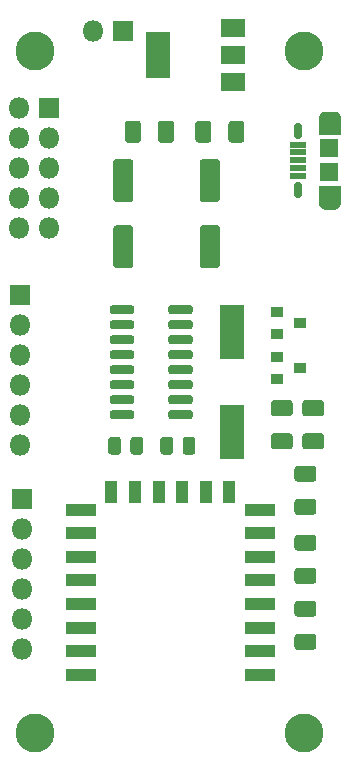
<source format=gbr>
%TF.GenerationSoftware,KiCad,Pcbnew,5.1.5+dfsg1-2build2*%
%TF.CreationDate,2022-11-14T11:38:59+01:00*%
%TF.ProjectId,ebus,65627573-2e6b-4696-9361-645f70636258,rev?*%
%TF.SameCoordinates,Original*%
%TF.FileFunction,Soldermask,Bot*%
%TF.FilePolarity,Negative*%
%FSLAX46Y46*%
G04 Gerber Fmt 4.6, Leading zero omitted, Abs format (unit mm)*
G04 Created by KiCad (PCBNEW 5.1.5+dfsg1-2build2) date 2022-11-14 11:38:59*
%MOMM*%
%LPD*%
G04 APERTURE LIST*
%ADD10C,0.000100*%
%ADD11R,1.000000X0.900000*%
%ADD12C,0.100000*%
%ADD13O,1.650000X0.875000*%
%ADD14R,1.650000X1.600000*%
%ADD15O,0.750000X1.400000*%
%ADD16R,1.450000X0.500000*%
%ADD17R,2.100000X1.600000*%
%ADD18R,2.100000X3.900000*%
%ADD19C,3.300000*%
%ADD20O,1.800000X1.800000*%
%ADD21R,1.800000X1.800000*%
%ADD22R,2.600000X1.100000*%
%ADD23R,1.100000X1.900000*%
%ADD24R,2.100000X4.600000*%
G04 APERTURE END LIST*
D10*
%TO.C,J2*%
G36*
X126859000Y-99739000D02*
G01*
X126859000Y-98339000D01*
X125109000Y-98339000D01*
X125109000Y-99739000D01*
X125110000Y-99765000D01*
X125112000Y-99791000D01*
X125115000Y-99817000D01*
X125120000Y-99843000D01*
X125126000Y-99868000D01*
X125133000Y-99894000D01*
X125142000Y-99918000D01*
X125152000Y-99942000D01*
X125163000Y-99966000D01*
X125176000Y-99989000D01*
X125190000Y-100011000D01*
X125204000Y-100033000D01*
X125220000Y-100054000D01*
X125237000Y-100074000D01*
X125255000Y-100093000D01*
X125274000Y-100111000D01*
X125294000Y-100128000D01*
X125315000Y-100144000D01*
X125337000Y-100158000D01*
X125359000Y-100172000D01*
X125382000Y-100185000D01*
X125406000Y-100196000D01*
X125430000Y-100206000D01*
X125454000Y-100215000D01*
X125480000Y-100222000D01*
X125505000Y-100228000D01*
X125531000Y-100233000D01*
X125557000Y-100236000D01*
X125583000Y-100238000D01*
X125609000Y-100239000D01*
X126359000Y-100239000D01*
X126385000Y-100238000D01*
X126411000Y-100236000D01*
X126437000Y-100233000D01*
X126463000Y-100228000D01*
X126488000Y-100222000D01*
X126514000Y-100215000D01*
X126538000Y-100206000D01*
X126562000Y-100196000D01*
X126586000Y-100185000D01*
X126609000Y-100172000D01*
X126631000Y-100158000D01*
X126653000Y-100144000D01*
X126674000Y-100128000D01*
X126694000Y-100111000D01*
X126713000Y-100093000D01*
X126731000Y-100074000D01*
X126748000Y-100054000D01*
X126764000Y-100033000D01*
X126778000Y-100011000D01*
X126792000Y-99989000D01*
X126805000Y-99966000D01*
X126816000Y-99942000D01*
X126826000Y-99918000D01*
X126835000Y-99894000D01*
X126842000Y-99868000D01*
X126848000Y-99843000D01*
X126853000Y-99817000D01*
X126856000Y-99791000D01*
X126858000Y-99765000D01*
X126859000Y-99739000D01*
G37*
X126859000Y-99739000D02*
X126859000Y-98339000D01*
X125109000Y-98339000D01*
X125109000Y-99739000D01*
X125110000Y-99765000D01*
X125112000Y-99791000D01*
X125115000Y-99817000D01*
X125120000Y-99843000D01*
X125126000Y-99868000D01*
X125133000Y-99894000D01*
X125142000Y-99918000D01*
X125152000Y-99942000D01*
X125163000Y-99966000D01*
X125176000Y-99989000D01*
X125190000Y-100011000D01*
X125204000Y-100033000D01*
X125220000Y-100054000D01*
X125237000Y-100074000D01*
X125255000Y-100093000D01*
X125274000Y-100111000D01*
X125294000Y-100128000D01*
X125315000Y-100144000D01*
X125337000Y-100158000D01*
X125359000Y-100172000D01*
X125382000Y-100185000D01*
X125406000Y-100196000D01*
X125430000Y-100206000D01*
X125454000Y-100215000D01*
X125480000Y-100222000D01*
X125505000Y-100228000D01*
X125531000Y-100233000D01*
X125557000Y-100236000D01*
X125583000Y-100238000D01*
X125609000Y-100239000D01*
X126359000Y-100239000D01*
X126385000Y-100238000D01*
X126411000Y-100236000D01*
X126437000Y-100233000D01*
X126463000Y-100228000D01*
X126488000Y-100222000D01*
X126514000Y-100215000D01*
X126538000Y-100206000D01*
X126562000Y-100196000D01*
X126586000Y-100185000D01*
X126609000Y-100172000D01*
X126631000Y-100158000D01*
X126653000Y-100144000D01*
X126674000Y-100128000D01*
X126694000Y-100111000D01*
X126713000Y-100093000D01*
X126731000Y-100074000D01*
X126748000Y-100054000D01*
X126764000Y-100033000D01*
X126778000Y-100011000D01*
X126792000Y-99989000D01*
X126805000Y-99966000D01*
X126816000Y-99942000D01*
X126826000Y-99918000D01*
X126835000Y-99894000D01*
X126842000Y-99868000D01*
X126848000Y-99843000D01*
X126853000Y-99817000D01*
X126856000Y-99791000D01*
X126858000Y-99765000D01*
X126859000Y-99739000D01*
G36*
X125109000Y-92539000D02*
G01*
X125109000Y-93939000D01*
X126859000Y-93939000D01*
X126859000Y-92539000D01*
X126858000Y-92513000D01*
X126856000Y-92487000D01*
X126853000Y-92461000D01*
X126848000Y-92435000D01*
X126842000Y-92410000D01*
X126835000Y-92384000D01*
X126826000Y-92360000D01*
X126816000Y-92336000D01*
X126805000Y-92312000D01*
X126792000Y-92289000D01*
X126778000Y-92267000D01*
X126764000Y-92245000D01*
X126748000Y-92224000D01*
X126731000Y-92204000D01*
X126713000Y-92185000D01*
X126694000Y-92167000D01*
X126674000Y-92150000D01*
X126653000Y-92134000D01*
X126631000Y-92120000D01*
X126609000Y-92106000D01*
X126586000Y-92093000D01*
X126562000Y-92082000D01*
X126538000Y-92072000D01*
X126514000Y-92063000D01*
X126488000Y-92056000D01*
X126463000Y-92050000D01*
X126437000Y-92045000D01*
X126411000Y-92042000D01*
X126385000Y-92040000D01*
X126359000Y-92039000D01*
X125609000Y-92039000D01*
X125583000Y-92040000D01*
X125557000Y-92042000D01*
X125531000Y-92045000D01*
X125505000Y-92050000D01*
X125480000Y-92056000D01*
X125454000Y-92063000D01*
X125430000Y-92072000D01*
X125406000Y-92082000D01*
X125382000Y-92093000D01*
X125359000Y-92106000D01*
X125337000Y-92120000D01*
X125315000Y-92134000D01*
X125294000Y-92150000D01*
X125274000Y-92167000D01*
X125255000Y-92185000D01*
X125237000Y-92204000D01*
X125220000Y-92224000D01*
X125204000Y-92245000D01*
X125190000Y-92267000D01*
X125176000Y-92289000D01*
X125163000Y-92312000D01*
X125152000Y-92336000D01*
X125142000Y-92360000D01*
X125133000Y-92384000D01*
X125126000Y-92410000D01*
X125120000Y-92435000D01*
X125115000Y-92461000D01*
X125112000Y-92487000D01*
X125110000Y-92513000D01*
X125109000Y-92539000D01*
G37*
X125109000Y-92539000D02*
X125109000Y-93939000D01*
X126859000Y-93939000D01*
X126859000Y-92539000D01*
X126858000Y-92513000D01*
X126856000Y-92487000D01*
X126853000Y-92461000D01*
X126848000Y-92435000D01*
X126842000Y-92410000D01*
X126835000Y-92384000D01*
X126826000Y-92360000D01*
X126816000Y-92336000D01*
X126805000Y-92312000D01*
X126792000Y-92289000D01*
X126778000Y-92267000D01*
X126764000Y-92245000D01*
X126748000Y-92224000D01*
X126731000Y-92204000D01*
X126713000Y-92185000D01*
X126694000Y-92167000D01*
X126674000Y-92150000D01*
X126653000Y-92134000D01*
X126631000Y-92120000D01*
X126609000Y-92106000D01*
X126586000Y-92093000D01*
X126562000Y-92082000D01*
X126538000Y-92072000D01*
X126514000Y-92063000D01*
X126488000Y-92056000D01*
X126463000Y-92050000D01*
X126437000Y-92045000D01*
X126411000Y-92042000D01*
X126385000Y-92040000D01*
X126359000Y-92039000D01*
X125609000Y-92039000D01*
X125583000Y-92040000D01*
X125557000Y-92042000D01*
X125531000Y-92045000D01*
X125505000Y-92050000D01*
X125480000Y-92056000D01*
X125454000Y-92063000D01*
X125430000Y-92072000D01*
X125406000Y-92082000D01*
X125382000Y-92093000D01*
X125359000Y-92106000D01*
X125337000Y-92120000D01*
X125315000Y-92134000D01*
X125294000Y-92150000D01*
X125274000Y-92167000D01*
X125255000Y-92185000D01*
X125237000Y-92204000D01*
X125220000Y-92224000D01*
X125204000Y-92245000D01*
X125190000Y-92267000D01*
X125176000Y-92289000D01*
X125163000Y-92312000D01*
X125152000Y-92336000D01*
X125142000Y-92360000D01*
X125133000Y-92384000D01*
X125126000Y-92410000D01*
X125120000Y-92435000D01*
X125115000Y-92461000D01*
X125112000Y-92487000D01*
X125110000Y-92513000D01*
X125109000Y-92539000D01*
%TD*%
D11*
%TO.C,Q3*%
X123529600Y-113741200D03*
X121529600Y-112791200D03*
X121529600Y-114691200D03*
%TD*%
D12*
%TO.C,R2*%
G36*
X122626865Y-119268100D02*
G01*
X122653074Y-119271988D01*
X122678777Y-119278426D01*
X122703725Y-119287353D01*
X122727677Y-119298681D01*
X122750404Y-119312303D01*
X122771686Y-119328087D01*
X122791319Y-119345881D01*
X122809113Y-119365514D01*
X122824897Y-119386796D01*
X122838519Y-119409523D01*
X122849847Y-119433475D01*
X122858774Y-119458423D01*
X122865212Y-119484126D01*
X122869100Y-119510335D01*
X122870400Y-119536800D01*
X122870400Y-120346800D01*
X122869100Y-120373265D01*
X122865212Y-120399474D01*
X122858774Y-120425177D01*
X122849847Y-120450125D01*
X122838519Y-120474077D01*
X122824897Y-120496804D01*
X122809113Y-120518086D01*
X122791319Y-120537719D01*
X122771686Y-120555513D01*
X122750404Y-120571297D01*
X122727677Y-120584919D01*
X122703725Y-120596247D01*
X122678777Y-120605174D01*
X122653074Y-120611612D01*
X122626865Y-120615500D01*
X122600400Y-120616800D01*
X121290400Y-120616800D01*
X121263935Y-120615500D01*
X121237726Y-120611612D01*
X121212023Y-120605174D01*
X121187075Y-120596247D01*
X121163123Y-120584919D01*
X121140396Y-120571297D01*
X121119114Y-120555513D01*
X121099481Y-120537719D01*
X121081687Y-120518086D01*
X121065903Y-120496804D01*
X121052281Y-120474077D01*
X121040953Y-120450125D01*
X121032026Y-120425177D01*
X121025588Y-120399474D01*
X121021700Y-120373265D01*
X121020400Y-120346800D01*
X121020400Y-119536800D01*
X121021700Y-119510335D01*
X121025588Y-119484126D01*
X121032026Y-119458423D01*
X121040953Y-119433475D01*
X121052281Y-119409523D01*
X121065903Y-119386796D01*
X121081687Y-119365514D01*
X121099481Y-119345881D01*
X121119114Y-119328087D01*
X121140396Y-119312303D01*
X121163123Y-119298681D01*
X121187075Y-119287353D01*
X121212023Y-119278426D01*
X121237726Y-119271988D01*
X121263935Y-119268100D01*
X121290400Y-119266800D01*
X122600400Y-119266800D01*
X122626865Y-119268100D01*
G37*
G36*
X122626865Y-116468100D02*
G01*
X122653074Y-116471988D01*
X122678777Y-116478426D01*
X122703725Y-116487353D01*
X122727677Y-116498681D01*
X122750404Y-116512303D01*
X122771686Y-116528087D01*
X122791319Y-116545881D01*
X122809113Y-116565514D01*
X122824897Y-116586796D01*
X122838519Y-116609523D01*
X122849847Y-116633475D01*
X122858774Y-116658423D01*
X122865212Y-116684126D01*
X122869100Y-116710335D01*
X122870400Y-116736800D01*
X122870400Y-117546800D01*
X122869100Y-117573265D01*
X122865212Y-117599474D01*
X122858774Y-117625177D01*
X122849847Y-117650125D01*
X122838519Y-117674077D01*
X122824897Y-117696804D01*
X122809113Y-117718086D01*
X122791319Y-117737719D01*
X122771686Y-117755513D01*
X122750404Y-117771297D01*
X122727677Y-117784919D01*
X122703725Y-117796247D01*
X122678777Y-117805174D01*
X122653074Y-117811612D01*
X122626865Y-117815500D01*
X122600400Y-117816800D01*
X121290400Y-117816800D01*
X121263935Y-117815500D01*
X121237726Y-117811612D01*
X121212023Y-117805174D01*
X121187075Y-117796247D01*
X121163123Y-117784919D01*
X121140396Y-117771297D01*
X121119114Y-117755513D01*
X121099481Y-117737719D01*
X121081687Y-117718086D01*
X121065903Y-117696804D01*
X121052281Y-117674077D01*
X121040953Y-117650125D01*
X121032026Y-117625177D01*
X121025588Y-117599474D01*
X121021700Y-117573265D01*
X121020400Y-117546800D01*
X121020400Y-116736800D01*
X121021700Y-116710335D01*
X121025588Y-116684126D01*
X121032026Y-116658423D01*
X121040953Y-116633475D01*
X121052281Y-116609523D01*
X121065903Y-116586796D01*
X121081687Y-116565514D01*
X121099481Y-116545881D01*
X121119114Y-116528087D01*
X121140396Y-116512303D01*
X121163123Y-116498681D01*
X121187075Y-116487353D01*
X121212023Y-116478426D01*
X121237726Y-116471988D01*
X121263935Y-116468100D01*
X121290400Y-116466800D01*
X122600400Y-116466800D01*
X122626865Y-116468100D01*
G37*
%TD*%
%TO.C,R5*%
G36*
X125293865Y-119268100D02*
G01*
X125320074Y-119271988D01*
X125345777Y-119278426D01*
X125370725Y-119287353D01*
X125394677Y-119298681D01*
X125417404Y-119312303D01*
X125438686Y-119328087D01*
X125458319Y-119345881D01*
X125476113Y-119365514D01*
X125491897Y-119386796D01*
X125505519Y-119409523D01*
X125516847Y-119433475D01*
X125525774Y-119458423D01*
X125532212Y-119484126D01*
X125536100Y-119510335D01*
X125537400Y-119536800D01*
X125537400Y-120346800D01*
X125536100Y-120373265D01*
X125532212Y-120399474D01*
X125525774Y-120425177D01*
X125516847Y-120450125D01*
X125505519Y-120474077D01*
X125491897Y-120496804D01*
X125476113Y-120518086D01*
X125458319Y-120537719D01*
X125438686Y-120555513D01*
X125417404Y-120571297D01*
X125394677Y-120584919D01*
X125370725Y-120596247D01*
X125345777Y-120605174D01*
X125320074Y-120611612D01*
X125293865Y-120615500D01*
X125267400Y-120616800D01*
X123957400Y-120616800D01*
X123930935Y-120615500D01*
X123904726Y-120611612D01*
X123879023Y-120605174D01*
X123854075Y-120596247D01*
X123830123Y-120584919D01*
X123807396Y-120571297D01*
X123786114Y-120555513D01*
X123766481Y-120537719D01*
X123748687Y-120518086D01*
X123732903Y-120496804D01*
X123719281Y-120474077D01*
X123707953Y-120450125D01*
X123699026Y-120425177D01*
X123692588Y-120399474D01*
X123688700Y-120373265D01*
X123687400Y-120346800D01*
X123687400Y-119536800D01*
X123688700Y-119510335D01*
X123692588Y-119484126D01*
X123699026Y-119458423D01*
X123707953Y-119433475D01*
X123719281Y-119409523D01*
X123732903Y-119386796D01*
X123748687Y-119365514D01*
X123766481Y-119345881D01*
X123786114Y-119328087D01*
X123807396Y-119312303D01*
X123830123Y-119298681D01*
X123854075Y-119287353D01*
X123879023Y-119278426D01*
X123904726Y-119271988D01*
X123930935Y-119268100D01*
X123957400Y-119266800D01*
X125267400Y-119266800D01*
X125293865Y-119268100D01*
G37*
G36*
X125293865Y-116468100D02*
G01*
X125320074Y-116471988D01*
X125345777Y-116478426D01*
X125370725Y-116487353D01*
X125394677Y-116498681D01*
X125417404Y-116512303D01*
X125438686Y-116528087D01*
X125458319Y-116545881D01*
X125476113Y-116565514D01*
X125491897Y-116586796D01*
X125505519Y-116609523D01*
X125516847Y-116633475D01*
X125525774Y-116658423D01*
X125532212Y-116684126D01*
X125536100Y-116710335D01*
X125537400Y-116736800D01*
X125537400Y-117546800D01*
X125536100Y-117573265D01*
X125532212Y-117599474D01*
X125525774Y-117625177D01*
X125516847Y-117650125D01*
X125505519Y-117674077D01*
X125491897Y-117696804D01*
X125476113Y-117718086D01*
X125458319Y-117737719D01*
X125438686Y-117755513D01*
X125417404Y-117771297D01*
X125394677Y-117784919D01*
X125370725Y-117796247D01*
X125345777Y-117805174D01*
X125320074Y-117811612D01*
X125293865Y-117815500D01*
X125267400Y-117816800D01*
X123957400Y-117816800D01*
X123930935Y-117815500D01*
X123904726Y-117811612D01*
X123879023Y-117805174D01*
X123854075Y-117796247D01*
X123830123Y-117784919D01*
X123807396Y-117771297D01*
X123786114Y-117755513D01*
X123766481Y-117737719D01*
X123748687Y-117718086D01*
X123732903Y-117696804D01*
X123719281Y-117674077D01*
X123707953Y-117650125D01*
X123699026Y-117625177D01*
X123692588Y-117599474D01*
X123688700Y-117573265D01*
X123687400Y-117546800D01*
X123687400Y-116736800D01*
X123688700Y-116710335D01*
X123692588Y-116684126D01*
X123699026Y-116658423D01*
X123707953Y-116633475D01*
X123719281Y-116609523D01*
X123732903Y-116586796D01*
X123748687Y-116565514D01*
X123766481Y-116545881D01*
X123786114Y-116528087D01*
X123807396Y-116512303D01*
X123830123Y-116498681D01*
X123854075Y-116487353D01*
X123879023Y-116478426D01*
X123904726Y-116471988D01*
X123930935Y-116468100D01*
X123957400Y-116466800D01*
X125267400Y-116466800D01*
X125293865Y-116468100D01*
G37*
%TD*%
%TO.C,U7*%
G36*
X114240153Y-117334843D02*
G01*
X114257141Y-117337363D01*
X114273800Y-117341535D01*
X114289970Y-117347321D01*
X114305494Y-117354664D01*
X114320225Y-117363493D01*
X114334019Y-117373723D01*
X114346744Y-117385256D01*
X114358277Y-117397981D01*
X114368507Y-117411775D01*
X114377336Y-117426506D01*
X114384679Y-117442030D01*
X114390465Y-117458200D01*
X114394637Y-117474859D01*
X114397157Y-117491847D01*
X114398000Y-117509000D01*
X114398000Y-117859000D01*
X114397157Y-117876153D01*
X114394637Y-117893141D01*
X114390465Y-117909800D01*
X114384679Y-117925970D01*
X114377336Y-117941494D01*
X114368507Y-117956225D01*
X114358277Y-117970019D01*
X114346744Y-117982744D01*
X114334019Y-117994277D01*
X114320225Y-118004507D01*
X114305494Y-118013336D01*
X114289970Y-118020679D01*
X114273800Y-118026465D01*
X114257141Y-118030637D01*
X114240153Y-118033157D01*
X114223000Y-118034000D01*
X112523000Y-118034000D01*
X112505847Y-118033157D01*
X112488859Y-118030637D01*
X112472200Y-118026465D01*
X112456030Y-118020679D01*
X112440506Y-118013336D01*
X112425775Y-118004507D01*
X112411981Y-117994277D01*
X112399256Y-117982744D01*
X112387723Y-117970019D01*
X112377493Y-117956225D01*
X112368664Y-117941494D01*
X112361321Y-117925970D01*
X112355535Y-117909800D01*
X112351363Y-117893141D01*
X112348843Y-117876153D01*
X112348000Y-117859000D01*
X112348000Y-117509000D01*
X112348843Y-117491847D01*
X112351363Y-117474859D01*
X112355535Y-117458200D01*
X112361321Y-117442030D01*
X112368664Y-117426506D01*
X112377493Y-117411775D01*
X112387723Y-117397981D01*
X112399256Y-117385256D01*
X112411981Y-117373723D01*
X112425775Y-117363493D01*
X112440506Y-117354664D01*
X112456030Y-117347321D01*
X112472200Y-117341535D01*
X112488859Y-117337363D01*
X112505847Y-117334843D01*
X112523000Y-117334000D01*
X114223000Y-117334000D01*
X114240153Y-117334843D01*
G37*
G36*
X114240153Y-116064843D02*
G01*
X114257141Y-116067363D01*
X114273800Y-116071535D01*
X114289970Y-116077321D01*
X114305494Y-116084664D01*
X114320225Y-116093493D01*
X114334019Y-116103723D01*
X114346744Y-116115256D01*
X114358277Y-116127981D01*
X114368507Y-116141775D01*
X114377336Y-116156506D01*
X114384679Y-116172030D01*
X114390465Y-116188200D01*
X114394637Y-116204859D01*
X114397157Y-116221847D01*
X114398000Y-116239000D01*
X114398000Y-116589000D01*
X114397157Y-116606153D01*
X114394637Y-116623141D01*
X114390465Y-116639800D01*
X114384679Y-116655970D01*
X114377336Y-116671494D01*
X114368507Y-116686225D01*
X114358277Y-116700019D01*
X114346744Y-116712744D01*
X114334019Y-116724277D01*
X114320225Y-116734507D01*
X114305494Y-116743336D01*
X114289970Y-116750679D01*
X114273800Y-116756465D01*
X114257141Y-116760637D01*
X114240153Y-116763157D01*
X114223000Y-116764000D01*
X112523000Y-116764000D01*
X112505847Y-116763157D01*
X112488859Y-116760637D01*
X112472200Y-116756465D01*
X112456030Y-116750679D01*
X112440506Y-116743336D01*
X112425775Y-116734507D01*
X112411981Y-116724277D01*
X112399256Y-116712744D01*
X112387723Y-116700019D01*
X112377493Y-116686225D01*
X112368664Y-116671494D01*
X112361321Y-116655970D01*
X112355535Y-116639800D01*
X112351363Y-116623141D01*
X112348843Y-116606153D01*
X112348000Y-116589000D01*
X112348000Y-116239000D01*
X112348843Y-116221847D01*
X112351363Y-116204859D01*
X112355535Y-116188200D01*
X112361321Y-116172030D01*
X112368664Y-116156506D01*
X112377493Y-116141775D01*
X112387723Y-116127981D01*
X112399256Y-116115256D01*
X112411981Y-116103723D01*
X112425775Y-116093493D01*
X112440506Y-116084664D01*
X112456030Y-116077321D01*
X112472200Y-116071535D01*
X112488859Y-116067363D01*
X112505847Y-116064843D01*
X112523000Y-116064000D01*
X114223000Y-116064000D01*
X114240153Y-116064843D01*
G37*
G36*
X114240153Y-114794843D02*
G01*
X114257141Y-114797363D01*
X114273800Y-114801535D01*
X114289970Y-114807321D01*
X114305494Y-114814664D01*
X114320225Y-114823493D01*
X114334019Y-114833723D01*
X114346744Y-114845256D01*
X114358277Y-114857981D01*
X114368507Y-114871775D01*
X114377336Y-114886506D01*
X114384679Y-114902030D01*
X114390465Y-114918200D01*
X114394637Y-114934859D01*
X114397157Y-114951847D01*
X114398000Y-114969000D01*
X114398000Y-115319000D01*
X114397157Y-115336153D01*
X114394637Y-115353141D01*
X114390465Y-115369800D01*
X114384679Y-115385970D01*
X114377336Y-115401494D01*
X114368507Y-115416225D01*
X114358277Y-115430019D01*
X114346744Y-115442744D01*
X114334019Y-115454277D01*
X114320225Y-115464507D01*
X114305494Y-115473336D01*
X114289970Y-115480679D01*
X114273800Y-115486465D01*
X114257141Y-115490637D01*
X114240153Y-115493157D01*
X114223000Y-115494000D01*
X112523000Y-115494000D01*
X112505847Y-115493157D01*
X112488859Y-115490637D01*
X112472200Y-115486465D01*
X112456030Y-115480679D01*
X112440506Y-115473336D01*
X112425775Y-115464507D01*
X112411981Y-115454277D01*
X112399256Y-115442744D01*
X112387723Y-115430019D01*
X112377493Y-115416225D01*
X112368664Y-115401494D01*
X112361321Y-115385970D01*
X112355535Y-115369800D01*
X112351363Y-115353141D01*
X112348843Y-115336153D01*
X112348000Y-115319000D01*
X112348000Y-114969000D01*
X112348843Y-114951847D01*
X112351363Y-114934859D01*
X112355535Y-114918200D01*
X112361321Y-114902030D01*
X112368664Y-114886506D01*
X112377493Y-114871775D01*
X112387723Y-114857981D01*
X112399256Y-114845256D01*
X112411981Y-114833723D01*
X112425775Y-114823493D01*
X112440506Y-114814664D01*
X112456030Y-114807321D01*
X112472200Y-114801535D01*
X112488859Y-114797363D01*
X112505847Y-114794843D01*
X112523000Y-114794000D01*
X114223000Y-114794000D01*
X114240153Y-114794843D01*
G37*
G36*
X114240153Y-113524843D02*
G01*
X114257141Y-113527363D01*
X114273800Y-113531535D01*
X114289970Y-113537321D01*
X114305494Y-113544664D01*
X114320225Y-113553493D01*
X114334019Y-113563723D01*
X114346744Y-113575256D01*
X114358277Y-113587981D01*
X114368507Y-113601775D01*
X114377336Y-113616506D01*
X114384679Y-113632030D01*
X114390465Y-113648200D01*
X114394637Y-113664859D01*
X114397157Y-113681847D01*
X114398000Y-113699000D01*
X114398000Y-114049000D01*
X114397157Y-114066153D01*
X114394637Y-114083141D01*
X114390465Y-114099800D01*
X114384679Y-114115970D01*
X114377336Y-114131494D01*
X114368507Y-114146225D01*
X114358277Y-114160019D01*
X114346744Y-114172744D01*
X114334019Y-114184277D01*
X114320225Y-114194507D01*
X114305494Y-114203336D01*
X114289970Y-114210679D01*
X114273800Y-114216465D01*
X114257141Y-114220637D01*
X114240153Y-114223157D01*
X114223000Y-114224000D01*
X112523000Y-114224000D01*
X112505847Y-114223157D01*
X112488859Y-114220637D01*
X112472200Y-114216465D01*
X112456030Y-114210679D01*
X112440506Y-114203336D01*
X112425775Y-114194507D01*
X112411981Y-114184277D01*
X112399256Y-114172744D01*
X112387723Y-114160019D01*
X112377493Y-114146225D01*
X112368664Y-114131494D01*
X112361321Y-114115970D01*
X112355535Y-114099800D01*
X112351363Y-114083141D01*
X112348843Y-114066153D01*
X112348000Y-114049000D01*
X112348000Y-113699000D01*
X112348843Y-113681847D01*
X112351363Y-113664859D01*
X112355535Y-113648200D01*
X112361321Y-113632030D01*
X112368664Y-113616506D01*
X112377493Y-113601775D01*
X112387723Y-113587981D01*
X112399256Y-113575256D01*
X112411981Y-113563723D01*
X112425775Y-113553493D01*
X112440506Y-113544664D01*
X112456030Y-113537321D01*
X112472200Y-113531535D01*
X112488859Y-113527363D01*
X112505847Y-113524843D01*
X112523000Y-113524000D01*
X114223000Y-113524000D01*
X114240153Y-113524843D01*
G37*
G36*
X114240153Y-112254843D02*
G01*
X114257141Y-112257363D01*
X114273800Y-112261535D01*
X114289970Y-112267321D01*
X114305494Y-112274664D01*
X114320225Y-112283493D01*
X114334019Y-112293723D01*
X114346744Y-112305256D01*
X114358277Y-112317981D01*
X114368507Y-112331775D01*
X114377336Y-112346506D01*
X114384679Y-112362030D01*
X114390465Y-112378200D01*
X114394637Y-112394859D01*
X114397157Y-112411847D01*
X114398000Y-112429000D01*
X114398000Y-112779000D01*
X114397157Y-112796153D01*
X114394637Y-112813141D01*
X114390465Y-112829800D01*
X114384679Y-112845970D01*
X114377336Y-112861494D01*
X114368507Y-112876225D01*
X114358277Y-112890019D01*
X114346744Y-112902744D01*
X114334019Y-112914277D01*
X114320225Y-112924507D01*
X114305494Y-112933336D01*
X114289970Y-112940679D01*
X114273800Y-112946465D01*
X114257141Y-112950637D01*
X114240153Y-112953157D01*
X114223000Y-112954000D01*
X112523000Y-112954000D01*
X112505847Y-112953157D01*
X112488859Y-112950637D01*
X112472200Y-112946465D01*
X112456030Y-112940679D01*
X112440506Y-112933336D01*
X112425775Y-112924507D01*
X112411981Y-112914277D01*
X112399256Y-112902744D01*
X112387723Y-112890019D01*
X112377493Y-112876225D01*
X112368664Y-112861494D01*
X112361321Y-112845970D01*
X112355535Y-112829800D01*
X112351363Y-112813141D01*
X112348843Y-112796153D01*
X112348000Y-112779000D01*
X112348000Y-112429000D01*
X112348843Y-112411847D01*
X112351363Y-112394859D01*
X112355535Y-112378200D01*
X112361321Y-112362030D01*
X112368664Y-112346506D01*
X112377493Y-112331775D01*
X112387723Y-112317981D01*
X112399256Y-112305256D01*
X112411981Y-112293723D01*
X112425775Y-112283493D01*
X112440506Y-112274664D01*
X112456030Y-112267321D01*
X112472200Y-112261535D01*
X112488859Y-112257363D01*
X112505847Y-112254843D01*
X112523000Y-112254000D01*
X114223000Y-112254000D01*
X114240153Y-112254843D01*
G37*
G36*
X114240153Y-110984843D02*
G01*
X114257141Y-110987363D01*
X114273800Y-110991535D01*
X114289970Y-110997321D01*
X114305494Y-111004664D01*
X114320225Y-111013493D01*
X114334019Y-111023723D01*
X114346744Y-111035256D01*
X114358277Y-111047981D01*
X114368507Y-111061775D01*
X114377336Y-111076506D01*
X114384679Y-111092030D01*
X114390465Y-111108200D01*
X114394637Y-111124859D01*
X114397157Y-111141847D01*
X114398000Y-111159000D01*
X114398000Y-111509000D01*
X114397157Y-111526153D01*
X114394637Y-111543141D01*
X114390465Y-111559800D01*
X114384679Y-111575970D01*
X114377336Y-111591494D01*
X114368507Y-111606225D01*
X114358277Y-111620019D01*
X114346744Y-111632744D01*
X114334019Y-111644277D01*
X114320225Y-111654507D01*
X114305494Y-111663336D01*
X114289970Y-111670679D01*
X114273800Y-111676465D01*
X114257141Y-111680637D01*
X114240153Y-111683157D01*
X114223000Y-111684000D01*
X112523000Y-111684000D01*
X112505847Y-111683157D01*
X112488859Y-111680637D01*
X112472200Y-111676465D01*
X112456030Y-111670679D01*
X112440506Y-111663336D01*
X112425775Y-111654507D01*
X112411981Y-111644277D01*
X112399256Y-111632744D01*
X112387723Y-111620019D01*
X112377493Y-111606225D01*
X112368664Y-111591494D01*
X112361321Y-111575970D01*
X112355535Y-111559800D01*
X112351363Y-111543141D01*
X112348843Y-111526153D01*
X112348000Y-111509000D01*
X112348000Y-111159000D01*
X112348843Y-111141847D01*
X112351363Y-111124859D01*
X112355535Y-111108200D01*
X112361321Y-111092030D01*
X112368664Y-111076506D01*
X112377493Y-111061775D01*
X112387723Y-111047981D01*
X112399256Y-111035256D01*
X112411981Y-111023723D01*
X112425775Y-111013493D01*
X112440506Y-111004664D01*
X112456030Y-110997321D01*
X112472200Y-110991535D01*
X112488859Y-110987363D01*
X112505847Y-110984843D01*
X112523000Y-110984000D01*
X114223000Y-110984000D01*
X114240153Y-110984843D01*
G37*
G36*
X114240153Y-109714843D02*
G01*
X114257141Y-109717363D01*
X114273800Y-109721535D01*
X114289970Y-109727321D01*
X114305494Y-109734664D01*
X114320225Y-109743493D01*
X114334019Y-109753723D01*
X114346744Y-109765256D01*
X114358277Y-109777981D01*
X114368507Y-109791775D01*
X114377336Y-109806506D01*
X114384679Y-109822030D01*
X114390465Y-109838200D01*
X114394637Y-109854859D01*
X114397157Y-109871847D01*
X114398000Y-109889000D01*
X114398000Y-110239000D01*
X114397157Y-110256153D01*
X114394637Y-110273141D01*
X114390465Y-110289800D01*
X114384679Y-110305970D01*
X114377336Y-110321494D01*
X114368507Y-110336225D01*
X114358277Y-110350019D01*
X114346744Y-110362744D01*
X114334019Y-110374277D01*
X114320225Y-110384507D01*
X114305494Y-110393336D01*
X114289970Y-110400679D01*
X114273800Y-110406465D01*
X114257141Y-110410637D01*
X114240153Y-110413157D01*
X114223000Y-110414000D01*
X112523000Y-110414000D01*
X112505847Y-110413157D01*
X112488859Y-110410637D01*
X112472200Y-110406465D01*
X112456030Y-110400679D01*
X112440506Y-110393336D01*
X112425775Y-110384507D01*
X112411981Y-110374277D01*
X112399256Y-110362744D01*
X112387723Y-110350019D01*
X112377493Y-110336225D01*
X112368664Y-110321494D01*
X112361321Y-110305970D01*
X112355535Y-110289800D01*
X112351363Y-110273141D01*
X112348843Y-110256153D01*
X112348000Y-110239000D01*
X112348000Y-109889000D01*
X112348843Y-109871847D01*
X112351363Y-109854859D01*
X112355535Y-109838200D01*
X112361321Y-109822030D01*
X112368664Y-109806506D01*
X112377493Y-109791775D01*
X112387723Y-109777981D01*
X112399256Y-109765256D01*
X112411981Y-109753723D01*
X112425775Y-109743493D01*
X112440506Y-109734664D01*
X112456030Y-109727321D01*
X112472200Y-109721535D01*
X112488859Y-109717363D01*
X112505847Y-109714843D01*
X112523000Y-109714000D01*
X114223000Y-109714000D01*
X114240153Y-109714843D01*
G37*
G36*
X114240153Y-108444843D02*
G01*
X114257141Y-108447363D01*
X114273800Y-108451535D01*
X114289970Y-108457321D01*
X114305494Y-108464664D01*
X114320225Y-108473493D01*
X114334019Y-108483723D01*
X114346744Y-108495256D01*
X114358277Y-108507981D01*
X114368507Y-108521775D01*
X114377336Y-108536506D01*
X114384679Y-108552030D01*
X114390465Y-108568200D01*
X114394637Y-108584859D01*
X114397157Y-108601847D01*
X114398000Y-108619000D01*
X114398000Y-108969000D01*
X114397157Y-108986153D01*
X114394637Y-109003141D01*
X114390465Y-109019800D01*
X114384679Y-109035970D01*
X114377336Y-109051494D01*
X114368507Y-109066225D01*
X114358277Y-109080019D01*
X114346744Y-109092744D01*
X114334019Y-109104277D01*
X114320225Y-109114507D01*
X114305494Y-109123336D01*
X114289970Y-109130679D01*
X114273800Y-109136465D01*
X114257141Y-109140637D01*
X114240153Y-109143157D01*
X114223000Y-109144000D01*
X112523000Y-109144000D01*
X112505847Y-109143157D01*
X112488859Y-109140637D01*
X112472200Y-109136465D01*
X112456030Y-109130679D01*
X112440506Y-109123336D01*
X112425775Y-109114507D01*
X112411981Y-109104277D01*
X112399256Y-109092744D01*
X112387723Y-109080019D01*
X112377493Y-109066225D01*
X112368664Y-109051494D01*
X112361321Y-109035970D01*
X112355535Y-109019800D01*
X112351363Y-109003141D01*
X112348843Y-108986153D01*
X112348000Y-108969000D01*
X112348000Y-108619000D01*
X112348843Y-108601847D01*
X112351363Y-108584859D01*
X112355535Y-108568200D01*
X112361321Y-108552030D01*
X112368664Y-108536506D01*
X112377493Y-108521775D01*
X112387723Y-108507981D01*
X112399256Y-108495256D01*
X112411981Y-108483723D01*
X112425775Y-108473493D01*
X112440506Y-108464664D01*
X112456030Y-108457321D01*
X112472200Y-108451535D01*
X112488859Y-108447363D01*
X112505847Y-108444843D01*
X112523000Y-108444000D01*
X114223000Y-108444000D01*
X114240153Y-108444843D01*
G37*
G36*
X109290153Y-108444843D02*
G01*
X109307141Y-108447363D01*
X109323800Y-108451535D01*
X109339970Y-108457321D01*
X109355494Y-108464664D01*
X109370225Y-108473493D01*
X109384019Y-108483723D01*
X109396744Y-108495256D01*
X109408277Y-108507981D01*
X109418507Y-108521775D01*
X109427336Y-108536506D01*
X109434679Y-108552030D01*
X109440465Y-108568200D01*
X109444637Y-108584859D01*
X109447157Y-108601847D01*
X109448000Y-108619000D01*
X109448000Y-108969000D01*
X109447157Y-108986153D01*
X109444637Y-109003141D01*
X109440465Y-109019800D01*
X109434679Y-109035970D01*
X109427336Y-109051494D01*
X109418507Y-109066225D01*
X109408277Y-109080019D01*
X109396744Y-109092744D01*
X109384019Y-109104277D01*
X109370225Y-109114507D01*
X109355494Y-109123336D01*
X109339970Y-109130679D01*
X109323800Y-109136465D01*
X109307141Y-109140637D01*
X109290153Y-109143157D01*
X109273000Y-109144000D01*
X107573000Y-109144000D01*
X107555847Y-109143157D01*
X107538859Y-109140637D01*
X107522200Y-109136465D01*
X107506030Y-109130679D01*
X107490506Y-109123336D01*
X107475775Y-109114507D01*
X107461981Y-109104277D01*
X107449256Y-109092744D01*
X107437723Y-109080019D01*
X107427493Y-109066225D01*
X107418664Y-109051494D01*
X107411321Y-109035970D01*
X107405535Y-109019800D01*
X107401363Y-109003141D01*
X107398843Y-108986153D01*
X107398000Y-108969000D01*
X107398000Y-108619000D01*
X107398843Y-108601847D01*
X107401363Y-108584859D01*
X107405535Y-108568200D01*
X107411321Y-108552030D01*
X107418664Y-108536506D01*
X107427493Y-108521775D01*
X107437723Y-108507981D01*
X107449256Y-108495256D01*
X107461981Y-108483723D01*
X107475775Y-108473493D01*
X107490506Y-108464664D01*
X107506030Y-108457321D01*
X107522200Y-108451535D01*
X107538859Y-108447363D01*
X107555847Y-108444843D01*
X107573000Y-108444000D01*
X109273000Y-108444000D01*
X109290153Y-108444843D01*
G37*
G36*
X109290153Y-109714843D02*
G01*
X109307141Y-109717363D01*
X109323800Y-109721535D01*
X109339970Y-109727321D01*
X109355494Y-109734664D01*
X109370225Y-109743493D01*
X109384019Y-109753723D01*
X109396744Y-109765256D01*
X109408277Y-109777981D01*
X109418507Y-109791775D01*
X109427336Y-109806506D01*
X109434679Y-109822030D01*
X109440465Y-109838200D01*
X109444637Y-109854859D01*
X109447157Y-109871847D01*
X109448000Y-109889000D01*
X109448000Y-110239000D01*
X109447157Y-110256153D01*
X109444637Y-110273141D01*
X109440465Y-110289800D01*
X109434679Y-110305970D01*
X109427336Y-110321494D01*
X109418507Y-110336225D01*
X109408277Y-110350019D01*
X109396744Y-110362744D01*
X109384019Y-110374277D01*
X109370225Y-110384507D01*
X109355494Y-110393336D01*
X109339970Y-110400679D01*
X109323800Y-110406465D01*
X109307141Y-110410637D01*
X109290153Y-110413157D01*
X109273000Y-110414000D01*
X107573000Y-110414000D01*
X107555847Y-110413157D01*
X107538859Y-110410637D01*
X107522200Y-110406465D01*
X107506030Y-110400679D01*
X107490506Y-110393336D01*
X107475775Y-110384507D01*
X107461981Y-110374277D01*
X107449256Y-110362744D01*
X107437723Y-110350019D01*
X107427493Y-110336225D01*
X107418664Y-110321494D01*
X107411321Y-110305970D01*
X107405535Y-110289800D01*
X107401363Y-110273141D01*
X107398843Y-110256153D01*
X107398000Y-110239000D01*
X107398000Y-109889000D01*
X107398843Y-109871847D01*
X107401363Y-109854859D01*
X107405535Y-109838200D01*
X107411321Y-109822030D01*
X107418664Y-109806506D01*
X107427493Y-109791775D01*
X107437723Y-109777981D01*
X107449256Y-109765256D01*
X107461981Y-109753723D01*
X107475775Y-109743493D01*
X107490506Y-109734664D01*
X107506030Y-109727321D01*
X107522200Y-109721535D01*
X107538859Y-109717363D01*
X107555847Y-109714843D01*
X107573000Y-109714000D01*
X109273000Y-109714000D01*
X109290153Y-109714843D01*
G37*
G36*
X109290153Y-110984843D02*
G01*
X109307141Y-110987363D01*
X109323800Y-110991535D01*
X109339970Y-110997321D01*
X109355494Y-111004664D01*
X109370225Y-111013493D01*
X109384019Y-111023723D01*
X109396744Y-111035256D01*
X109408277Y-111047981D01*
X109418507Y-111061775D01*
X109427336Y-111076506D01*
X109434679Y-111092030D01*
X109440465Y-111108200D01*
X109444637Y-111124859D01*
X109447157Y-111141847D01*
X109448000Y-111159000D01*
X109448000Y-111509000D01*
X109447157Y-111526153D01*
X109444637Y-111543141D01*
X109440465Y-111559800D01*
X109434679Y-111575970D01*
X109427336Y-111591494D01*
X109418507Y-111606225D01*
X109408277Y-111620019D01*
X109396744Y-111632744D01*
X109384019Y-111644277D01*
X109370225Y-111654507D01*
X109355494Y-111663336D01*
X109339970Y-111670679D01*
X109323800Y-111676465D01*
X109307141Y-111680637D01*
X109290153Y-111683157D01*
X109273000Y-111684000D01*
X107573000Y-111684000D01*
X107555847Y-111683157D01*
X107538859Y-111680637D01*
X107522200Y-111676465D01*
X107506030Y-111670679D01*
X107490506Y-111663336D01*
X107475775Y-111654507D01*
X107461981Y-111644277D01*
X107449256Y-111632744D01*
X107437723Y-111620019D01*
X107427493Y-111606225D01*
X107418664Y-111591494D01*
X107411321Y-111575970D01*
X107405535Y-111559800D01*
X107401363Y-111543141D01*
X107398843Y-111526153D01*
X107398000Y-111509000D01*
X107398000Y-111159000D01*
X107398843Y-111141847D01*
X107401363Y-111124859D01*
X107405535Y-111108200D01*
X107411321Y-111092030D01*
X107418664Y-111076506D01*
X107427493Y-111061775D01*
X107437723Y-111047981D01*
X107449256Y-111035256D01*
X107461981Y-111023723D01*
X107475775Y-111013493D01*
X107490506Y-111004664D01*
X107506030Y-110997321D01*
X107522200Y-110991535D01*
X107538859Y-110987363D01*
X107555847Y-110984843D01*
X107573000Y-110984000D01*
X109273000Y-110984000D01*
X109290153Y-110984843D01*
G37*
G36*
X109290153Y-112254843D02*
G01*
X109307141Y-112257363D01*
X109323800Y-112261535D01*
X109339970Y-112267321D01*
X109355494Y-112274664D01*
X109370225Y-112283493D01*
X109384019Y-112293723D01*
X109396744Y-112305256D01*
X109408277Y-112317981D01*
X109418507Y-112331775D01*
X109427336Y-112346506D01*
X109434679Y-112362030D01*
X109440465Y-112378200D01*
X109444637Y-112394859D01*
X109447157Y-112411847D01*
X109448000Y-112429000D01*
X109448000Y-112779000D01*
X109447157Y-112796153D01*
X109444637Y-112813141D01*
X109440465Y-112829800D01*
X109434679Y-112845970D01*
X109427336Y-112861494D01*
X109418507Y-112876225D01*
X109408277Y-112890019D01*
X109396744Y-112902744D01*
X109384019Y-112914277D01*
X109370225Y-112924507D01*
X109355494Y-112933336D01*
X109339970Y-112940679D01*
X109323800Y-112946465D01*
X109307141Y-112950637D01*
X109290153Y-112953157D01*
X109273000Y-112954000D01*
X107573000Y-112954000D01*
X107555847Y-112953157D01*
X107538859Y-112950637D01*
X107522200Y-112946465D01*
X107506030Y-112940679D01*
X107490506Y-112933336D01*
X107475775Y-112924507D01*
X107461981Y-112914277D01*
X107449256Y-112902744D01*
X107437723Y-112890019D01*
X107427493Y-112876225D01*
X107418664Y-112861494D01*
X107411321Y-112845970D01*
X107405535Y-112829800D01*
X107401363Y-112813141D01*
X107398843Y-112796153D01*
X107398000Y-112779000D01*
X107398000Y-112429000D01*
X107398843Y-112411847D01*
X107401363Y-112394859D01*
X107405535Y-112378200D01*
X107411321Y-112362030D01*
X107418664Y-112346506D01*
X107427493Y-112331775D01*
X107437723Y-112317981D01*
X107449256Y-112305256D01*
X107461981Y-112293723D01*
X107475775Y-112283493D01*
X107490506Y-112274664D01*
X107506030Y-112267321D01*
X107522200Y-112261535D01*
X107538859Y-112257363D01*
X107555847Y-112254843D01*
X107573000Y-112254000D01*
X109273000Y-112254000D01*
X109290153Y-112254843D01*
G37*
G36*
X109290153Y-113524843D02*
G01*
X109307141Y-113527363D01*
X109323800Y-113531535D01*
X109339970Y-113537321D01*
X109355494Y-113544664D01*
X109370225Y-113553493D01*
X109384019Y-113563723D01*
X109396744Y-113575256D01*
X109408277Y-113587981D01*
X109418507Y-113601775D01*
X109427336Y-113616506D01*
X109434679Y-113632030D01*
X109440465Y-113648200D01*
X109444637Y-113664859D01*
X109447157Y-113681847D01*
X109448000Y-113699000D01*
X109448000Y-114049000D01*
X109447157Y-114066153D01*
X109444637Y-114083141D01*
X109440465Y-114099800D01*
X109434679Y-114115970D01*
X109427336Y-114131494D01*
X109418507Y-114146225D01*
X109408277Y-114160019D01*
X109396744Y-114172744D01*
X109384019Y-114184277D01*
X109370225Y-114194507D01*
X109355494Y-114203336D01*
X109339970Y-114210679D01*
X109323800Y-114216465D01*
X109307141Y-114220637D01*
X109290153Y-114223157D01*
X109273000Y-114224000D01*
X107573000Y-114224000D01*
X107555847Y-114223157D01*
X107538859Y-114220637D01*
X107522200Y-114216465D01*
X107506030Y-114210679D01*
X107490506Y-114203336D01*
X107475775Y-114194507D01*
X107461981Y-114184277D01*
X107449256Y-114172744D01*
X107437723Y-114160019D01*
X107427493Y-114146225D01*
X107418664Y-114131494D01*
X107411321Y-114115970D01*
X107405535Y-114099800D01*
X107401363Y-114083141D01*
X107398843Y-114066153D01*
X107398000Y-114049000D01*
X107398000Y-113699000D01*
X107398843Y-113681847D01*
X107401363Y-113664859D01*
X107405535Y-113648200D01*
X107411321Y-113632030D01*
X107418664Y-113616506D01*
X107427493Y-113601775D01*
X107437723Y-113587981D01*
X107449256Y-113575256D01*
X107461981Y-113563723D01*
X107475775Y-113553493D01*
X107490506Y-113544664D01*
X107506030Y-113537321D01*
X107522200Y-113531535D01*
X107538859Y-113527363D01*
X107555847Y-113524843D01*
X107573000Y-113524000D01*
X109273000Y-113524000D01*
X109290153Y-113524843D01*
G37*
G36*
X109290153Y-114794843D02*
G01*
X109307141Y-114797363D01*
X109323800Y-114801535D01*
X109339970Y-114807321D01*
X109355494Y-114814664D01*
X109370225Y-114823493D01*
X109384019Y-114833723D01*
X109396744Y-114845256D01*
X109408277Y-114857981D01*
X109418507Y-114871775D01*
X109427336Y-114886506D01*
X109434679Y-114902030D01*
X109440465Y-114918200D01*
X109444637Y-114934859D01*
X109447157Y-114951847D01*
X109448000Y-114969000D01*
X109448000Y-115319000D01*
X109447157Y-115336153D01*
X109444637Y-115353141D01*
X109440465Y-115369800D01*
X109434679Y-115385970D01*
X109427336Y-115401494D01*
X109418507Y-115416225D01*
X109408277Y-115430019D01*
X109396744Y-115442744D01*
X109384019Y-115454277D01*
X109370225Y-115464507D01*
X109355494Y-115473336D01*
X109339970Y-115480679D01*
X109323800Y-115486465D01*
X109307141Y-115490637D01*
X109290153Y-115493157D01*
X109273000Y-115494000D01*
X107573000Y-115494000D01*
X107555847Y-115493157D01*
X107538859Y-115490637D01*
X107522200Y-115486465D01*
X107506030Y-115480679D01*
X107490506Y-115473336D01*
X107475775Y-115464507D01*
X107461981Y-115454277D01*
X107449256Y-115442744D01*
X107437723Y-115430019D01*
X107427493Y-115416225D01*
X107418664Y-115401494D01*
X107411321Y-115385970D01*
X107405535Y-115369800D01*
X107401363Y-115353141D01*
X107398843Y-115336153D01*
X107398000Y-115319000D01*
X107398000Y-114969000D01*
X107398843Y-114951847D01*
X107401363Y-114934859D01*
X107405535Y-114918200D01*
X107411321Y-114902030D01*
X107418664Y-114886506D01*
X107427493Y-114871775D01*
X107437723Y-114857981D01*
X107449256Y-114845256D01*
X107461981Y-114833723D01*
X107475775Y-114823493D01*
X107490506Y-114814664D01*
X107506030Y-114807321D01*
X107522200Y-114801535D01*
X107538859Y-114797363D01*
X107555847Y-114794843D01*
X107573000Y-114794000D01*
X109273000Y-114794000D01*
X109290153Y-114794843D01*
G37*
G36*
X109290153Y-116064843D02*
G01*
X109307141Y-116067363D01*
X109323800Y-116071535D01*
X109339970Y-116077321D01*
X109355494Y-116084664D01*
X109370225Y-116093493D01*
X109384019Y-116103723D01*
X109396744Y-116115256D01*
X109408277Y-116127981D01*
X109418507Y-116141775D01*
X109427336Y-116156506D01*
X109434679Y-116172030D01*
X109440465Y-116188200D01*
X109444637Y-116204859D01*
X109447157Y-116221847D01*
X109448000Y-116239000D01*
X109448000Y-116589000D01*
X109447157Y-116606153D01*
X109444637Y-116623141D01*
X109440465Y-116639800D01*
X109434679Y-116655970D01*
X109427336Y-116671494D01*
X109418507Y-116686225D01*
X109408277Y-116700019D01*
X109396744Y-116712744D01*
X109384019Y-116724277D01*
X109370225Y-116734507D01*
X109355494Y-116743336D01*
X109339970Y-116750679D01*
X109323800Y-116756465D01*
X109307141Y-116760637D01*
X109290153Y-116763157D01*
X109273000Y-116764000D01*
X107573000Y-116764000D01*
X107555847Y-116763157D01*
X107538859Y-116760637D01*
X107522200Y-116756465D01*
X107506030Y-116750679D01*
X107490506Y-116743336D01*
X107475775Y-116734507D01*
X107461981Y-116724277D01*
X107449256Y-116712744D01*
X107437723Y-116700019D01*
X107427493Y-116686225D01*
X107418664Y-116671494D01*
X107411321Y-116655970D01*
X107405535Y-116639800D01*
X107401363Y-116623141D01*
X107398843Y-116606153D01*
X107398000Y-116589000D01*
X107398000Y-116239000D01*
X107398843Y-116221847D01*
X107401363Y-116204859D01*
X107405535Y-116188200D01*
X107411321Y-116172030D01*
X107418664Y-116156506D01*
X107427493Y-116141775D01*
X107437723Y-116127981D01*
X107449256Y-116115256D01*
X107461981Y-116103723D01*
X107475775Y-116093493D01*
X107490506Y-116084664D01*
X107506030Y-116077321D01*
X107522200Y-116071535D01*
X107538859Y-116067363D01*
X107555847Y-116064843D01*
X107573000Y-116064000D01*
X109273000Y-116064000D01*
X109290153Y-116064843D01*
G37*
G36*
X109290153Y-117334843D02*
G01*
X109307141Y-117337363D01*
X109323800Y-117341535D01*
X109339970Y-117347321D01*
X109355494Y-117354664D01*
X109370225Y-117363493D01*
X109384019Y-117373723D01*
X109396744Y-117385256D01*
X109408277Y-117397981D01*
X109418507Y-117411775D01*
X109427336Y-117426506D01*
X109434679Y-117442030D01*
X109440465Y-117458200D01*
X109444637Y-117474859D01*
X109447157Y-117491847D01*
X109448000Y-117509000D01*
X109448000Y-117859000D01*
X109447157Y-117876153D01*
X109444637Y-117893141D01*
X109440465Y-117909800D01*
X109434679Y-117925970D01*
X109427336Y-117941494D01*
X109418507Y-117956225D01*
X109408277Y-117970019D01*
X109396744Y-117982744D01*
X109384019Y-117994277D01*
X109370225Y-118004507D01*
X109355494Y-118013336D01*
X109339970Y-118020679D01*
X109323800Y-118026465D01*
X109307141Y-118030637D01*
X109290153Y-118033157D01*
X109273000Y-118034000D01*
X107573000Y-118034000D01*
X107555847Y-118033157D01*
X107538859Y-118030637D01*
X107522200Y-118026465D01*
X107506030Y-118020679D01*
X107490506Y-118013336D01*
X107475775Y-118004507D01*
X107461981Y-117994277D01*
X107449256Y-117982744D01*
X107437723Y-117970019D01*
X107427493Y-117956225D01*
X107418664Y-117941494D01*
X107411321Y-117925970D01*
X107405535Y-117909800D01*
X107401363Y-117893141D01*
X107398843Y-117876153D01*
X107398000Y-117859000D01*
X107398000Y-117509000D01*
X107398843Y-117491847D01*
X107401363Y-117474859D01*
X107405535Y-117458200D01*
X107411321Y-117442030D01*
X107418664Y-117426506D01*
X107427493Y-117411775D01*
X107437723Y-117397981D01*
X107449256Y-117385256D01*
X107461981Y-117373723D01*
X107475775Y-117363493D01*
X107490506Y-117354664D01*
X107506030Y-117347321D01*
X107522200Y-117341535D01*
X107538859Y-117337363D01*
X107555847Y-117334843D01*
X107573000Y-117334000D01*
X109273000Y-117334000D01*
X109290153Y-117334843D01*
G37*
%TD*%
D13*
%TO.C,J2*%
X125984000Y-99639000D03*
D14*
X125984000Y-97139000D03*
X125984000Y-95139000D03*
D13*
X125984000Y-92639000D03*
D15*
X123284000Y-98639000D03*
X123284000Y-93639000D03*
D16*
X123284000Y-97439000D03*
X123284000Y-96789000D03*
X123284000Y-96139000D03*
X123284000Y-95489000D03*
X123284000Y-94839000D03*
%TD*%
D17*
%TO.C,U5*%
X117780200Y-84949000D03*
X117780200Y-89549000D03*
X117780200Y-87249000D03*
D18*
X111480200Y-87249000D03*
%TD*%
D12*
%TO.C,C4*%
G36*
X112575465Y-92802300D02*
G01*
X112601674Y-92806188D01*
X112627377Y-92812626D01*
X112652325Y-92821553D01*
X112676277Y-92832881D01*
X112699004Y-92846503D01*
X112720286Y-92862287D01*
X112739919Y-92880081D01*
X112757713Y-92899714D01*
X112773497Y-92920996D01*
X112787119Y-92943723D01*
X112798447Y-92967675D01*
X112807374Y-92992623D01*
X112813812Y-93018326D01*
X112817700Y-93044535D01*
X112819000Y-93071000D01*
X112819000Y-94381000D01*
X112817700Y-94407465D01*
X112813812Y-94433674D01*
X112807374Y-94459377D01*
X112798447Y-94484325D01*
X112787119Y-94508277D01*
X112773497Y-94531004D01*
X112757713Y-94552286D01*
X112739919Y-94571919D01*
X112720286Y-94589713D01*
X112699004Y-94605497D01*
X112676277Y-94619119D01*
X112652325Y-94630447D01*
X112627377Y-94639374D01*
X112601674Y-94645812D01*
X112575465Y-94649700D01*
X112549000Y-94651000D01*
X111739000Y-94651000D01*
X111712535Y-94649700D01*
X111686326Y-94645812D01*
X111660623Y-94639374D01*
X111635675Y-94630447D01*
X111611723Y-94619119D01*
X111588996Y-94605497D01*
X111567714Y-94589713D01*
X111548081Y-94571919D01*
X111530287Y-94552286D01*
X111514503Y-94531004D01*
X111500881Y-94508277D01*
X111489553Y-94484325D01*
X111480626Y-94459377D01*
X111474188Y-94433674D01*
X111470300Y-94407465D01*
X111469000Y-94381000D01*
X111469000Y-93071000D01*
X111470300Y-93044535D01*
X111474188Y-93018326D01*
X111480626Y-92992623D01*
X111489553Y-92967675D01*
X111500881Y-92943723D01*
X111514503Y-92920996D01*
X111530287Y-92899714D01*
X111548081Y-92880081D01*
X111567714Y-92862287D01*
X111588996Y-92846503D01*
X111611723Y-92832881D01*
X111635675Y-92821553D01*
X111660623Y-92812626D01*
X111686326Y-92806188D01*
X111712535Y-92802300D01*
X111739000Y-92801000D01*
X112549000Y-92801000D01*
X112575465Y-92802300D01*
G37*
G36*
X109775465Y-92802300D02*
G01*
X109801674Y-92806188D01*
X109827377Y-92812626D01*
X109852325Y-92821553D01*
X109876277Y-92832881D01*
X109899004Y-92846503D01*
X109920286Y-92862287D01*
X109939919Y-92880081D01*
X109957713Y-92899714D01*
X109973497Y-92920996D01*
X109987119Y-92943723D01*
X109998447Y-92967675D01*
X110007374Y-92992623D01*
X110013812Y-93018326D01*
X110017700Y-93044535D01*
X110019000Y-93071000D01*
X110019000Y-94381000D01*
X110017700Y-94407465D01*
X110013812Y-94433674D01*
X110007374Y-94459377D01*
X109998447Y-94484325D01*
X109987119Y-94508277D01*
X109973497Y-94531004D01*
X109957713Y-94552286D01*
X109939919Y-94571919D01*
X109920286Y-94589713D01*
X109899004Y-94605497D01*
X109876277Y-94619119D01*
X109852325Y-94630447D01*
X109827377Y-94639374D01*
X109801674Y-94645812D01*
X109775465Y-94649700D01*
X109749000Y-94651000D01*
X108939000Y-94651000D01*
X108912535Y-94649700D01*
X108886326Y-94645812D01*
X108860623Y-94639374D01*
X108835675Y-94630447D01*
X108811723Y-94619119D01*
X108788996Y-94605497D01*
X108767714Y-94589713D01*
X108748081Y-94571919D01*
X108730287Y-94552286D01*
X108714503Y-94531004D01*
X108700881Y-94508277D01*
X108689553Y-94484325D01*
X108680626Y-94459377D01*
X108674188Y-94433674D01*
X108670300Y-94407465D01*
X108669000Y-94381000D01*
X108669000Y-93071000D01*
X108670300Y-93044535D01*
X108674188Y-93018326D01*
X108680626Y-92992623D01*
X108689553Y-92967675D01*
X108700881Y-92943723D01*
X108714503Y-92920996D01*
X108730287Y-92899714D01*
X108748081Y-92880081D01*
X108767714Y-92862287D01*
X108788996Y-92846503D01*
X108811723Y-92832881D01*
X108835675Y-92821553D01*
X108860623Y-92812626D01*
X108886326Y-92806188D01*
X108912535Y-92802300D01*
X108939000Y-92801000D01*
X109749000Y-92801000D01*
X109775465Y-92802300D01*
G37*
%TD*%
D19*
%TO.C,H5*%
X123825000Y-86868000D03*
%TD*%
D20*
%TO.C,J5*%
X99949000Y-137541000D03*
X99949000Y-135001000D03*
X99949000Y-132461000D03*
X99949000Y-129921000D03*
X99949000Y-127381000D03*
D21*
X99949000Y-124841000D03*
%TD*%
D20*
%TO.C,J4*%
X99822000Y-120269000D03*
X99822000Y-117729000D03*
X99822000Y-115189000D03*
X99822000Y-112649000D03*
X99822000Y-110109000D03*
D21*
X99822000Y-107569000D03*
%TD*%
D12*
%TO.C,C2*%
G36*
X115744465Y-92802300D02*
G01*
X115770674Y-92806188D01*
X115796377Y-92812626D01*
X115821325Y-92821553D01*
X115845277Y-92832881D01*
X115868004Y-92846503D01*
X115889286Y-92862287D01*
X115908919Y-92880081D01*
X115926713Y-92899714D01*
X115942497Y-92920996D01*
X115956119Y-92943723D01*
X115967447Y-92967675D01*
X115976374Y-92992623D01*
X115982812Y-93018326D01*
X115986700Y-93044535D01*
X115988000Y-93071000D01*
X115988000Y-94381000D01*
X115986700Y-94407465D01*
X115982812Y-94433674D01*
X115976374Y-94459377D01*
X115967447Y-94484325D01*
X115956119Y-94508277D01*
X115942497Y-94531004D01*
X115926713Y-94552286D01*
X115908919Y-94571919D01*
X115889286Y-94589713D01*
X115868004Y-94605497D01*
X115845277Y-94619119D01*
X115821325Y-94630447D01*
X115796377Y-94639374D01*
X115770674Y-94645812D01*
X115744465Y-94649700D01*
X115718000Y-94651000D01*
X114908000Y-94651000D01*
X114881535Y-94649700D01*
X114855326Y-94645812D01*
X114829623Y-94639374D01*
X114804675Y-94630447D01*
X114780723Y-94619119D01*
X114757996Y-94605497D01*
X114736714Y-94589713D01*
X114717081Y-94571919D01*
X114699287Y-94552286D01*
X114683503Y-94531004D01*
X114669881Y-94508277D01*
X114658553Y-94484325D01*
X114649626Y-94459377D01*
X114643188Y-94433674D01*
X114639300Y-94407465D01*
X114638000Y-94381000D01*
X114638000Y-93071000D01*
X114639300Y-93044535D01*
X114643188Y-93018326D01*
X114649626Y-92992623D01*
X114658553Y-92967675D01*
X114669881Y-92943723D01*
X114683503Y-92920996D01*
X114699287Y-92899714D01*
X114717081Y-92880081D01*
X114736714Y-92862287D01*
X114757996Y-92846503D01*
X114780723Y-92832881D01*
X114804675Y-92821553D01*
X114829623Y-92812626D01*
X114855326Y-92806188D01*
X114881535Y-92802300D01*
X114908000Y-92801000D01*
X115718000Y-92801000D01*
X115744465Y-92802300D01*
G37*
G36*
X118544465Y-92802300D02*
G01*
X118570674Y-92806188D01*
X118596377Y-92812626D01*
X118621325Y-92821553D01*
X118645277Y-92832881D01*
X118668004Y-92846503D01*
X118689286Y-92862287D01*
X118708919Y-92880081D01*
X118726713Y-92899714D01*
X118742497Y-92920996D01*
X118756119Y-92943723D01*
X118767447Y-92967675D01*
X118776374Y-92992623D01*
X118782812Y-93018326D01*
X118786700Y-93044535D01*
X118788000Y-93071000D01*
X118788000Y-94381000D01*
X118786700Y-94407465D01*
X118782812Y-94433674D01*
X118776374Y-94459377D01*
X118767447Y-94484325D01*
X118756119Y-94508277D01*
X118742497Y-94531004D01*
X118726713Y-94552286D01*
X118708919Y-94571919D01*
X118689286Y-94589713D01*
X118668004Y-94605497D01*
X118645277Y-94619119D01*
X118621325Y-94630447D01*
X118596377Y-94639374D01*
X118570674Y-94645812D01*
X118544465Y-94649700D01*
X118518000Y-94651000D01*
X117708000Y-94651000D01*
X117681535Y-94649700D01*
X117655326Y-94645812D01*
X117629623Y-94639374D01*
X117604675Y-94630447D01*
X117580723Y-94619119D01*
X117557996Y-94605497D01*
X117536714Y-94589713D01*
X117517081Y-94571919D01*
X117499287Y-94552286D01*
X117483503Y-94531004D01*
X117469881Y-94508277D01*
X117458553Y-94484325D01*
X117449626Y-94459377D01*
X117443188Y-94433674D01*
X117439300Y-94407465D01*
X117438000Y-94381000D01*
X117438000Y-93071000D01*
X117439300Y-93044535D01*
X117443188Y-93018326D01*
X117449626Y-92992623D01*
X117458553Y-92967675D01*
X117469881Y-92943723D01*
X117483503Y-92920996D01*
X117499287Y-92899714D01*
X117517081Y-92880081D01*
X117536714Y-92862287D01*
X117557996Y-92846503D01*
X117580723Y-92832881D01*
X117604675Y-92821553D01*
X117629623Y-92812626D01*
X117655326Y-92806188D01*
X117681535Y-92802300D01*
X117708000Y-92801000D01*
X118518000Y-92801000D01*
X118544465Y-92802300D01*
G37*
%TD*%
%TO.C,C5*%
G36*
X116459811Y-96061479D02*
G01*
X116485596Y-96065304D01*
X116510882Y-96071638D01*
X116535425Y-96080419D01*
X116558990Y-96091565D01*
X116581348Y-96104966D01*
X116602286Y-96120494D01*
X116621600Y-96138000D01*
X116639106Y-96157314D01*
X116654634Y-96178252D01*
X116668035Y-96200610D01*
X116679181Y-96224175D01*
X116687962Y-96248718D01*
X116694296Y-96274004D01*
X116698121Y-96299789D01*
X116699400Y-96325825D01*
X116699400Y-99394575D01*
X116698121Y-99420611D01*
X116694296Y-99446396D01*
X116687962Y-99471682D01*
X116679181Y-99496225D01*
X116668035Y-99519790D01*
X116654634Y-99542148D01*
X116639106Y-99563086D01*
X116621600Y-99582400D01*
X116602286Y-99599906D01*
X116581348Y-99615434D01*
X116558990Y-99628835D01*
X116535425Y-99639981D01*
X116510882Y-99648762D01*
X116485596Y-99655096D01*
X116459811Y-99658921D01*
X116433775Y-99660200D01*
X115265025Y-99660200D01*
X115238989Y-99658921D01*
X115213204Y-99655096D01*
X115187918Y-99648762D01*
X115163375Y-99639981D01*
X115139810Y-99628835D01*
X115117452Y-99615434D01*
X115096514Y-99599906D01*
X115077200Y-99582400D01*
X115059694Y-99563086D01*
X115044166Y-99542148D01*
X115030765Y-99519790D01*
X115019619Y-99496225D01*
X115010838Y-99471682D01*
X115004504Y-99446396D01*
X115000679Y-99420611D01*
X114999400Y-99394575D01*
X114999400Y-96325825D01*
X115000679Y-96299789D01*
X115004504Y-96274004D01*
X115010838Y-96248718D01*
X115019619Y-96224175D01*
X115030765Y-96200610D01*
X115044166Y-96178252D01*
X115059694Y-96157314D01*
X115077200Y-96138000D01*
X115096514Y-96120494D01*
X115117452Y-96104966D01*
X115139810Y-96091565D01*
X115163375Y-96080419D01*
X115187918Y-96071638D01*
X115213204Y-96065304D01*
X115238989Y-96061479D01*
X115265025Y-96060200D01*
X116433775Y-96060200D01*
X116459811Y-96061479D01*
G37*
G36*
X116459811Y-101661479D02*
G01*
X116485596Y-101665304D01*
X116510882Y-101671638D01*
X116535425Y-101680419D01*
X116558990Y-101691565D01*
X116581348Y-101704966D01*
X116602286Y-101720494D01*
X116621600Y-101738000D01*
X116639106Y-101757314D01*
X116654634Y-101778252D01*
X116668035Y-101800610D01*
X116679181Y-101824175D01*
X116687962Y-101848718D01*
X116694296Y-101874004D01*
X116698121Y-101899789D01*
X116699400Y-101925825D01*
X116699400Y-104994575D01*
X116698121Y-105020611D01*
X116694296Y-105046396D01*
X116687962Y-105071682D01*
X116679181Y-105096225D01*
X116668035Y-105119790D01*
X116654634Y-105142148D01*
X116639106Y-105163086D01*
X116621600Y-105182400D01*
X116602286Y-105199906D01*
X116581348Y-105215434D01*
X116558990Y-105228835D01*
X116535425Y-105239981D01*
X116510882Y-105248762D01*
X116485596Y-105255096D01*
X116459811Y-105258921D01*
X116433775Y-105260200D01*
X115265025Y-105260200D01*
X115238989Y-105258921D01*
X115213204Y-105255096D01*
X115187918Y-105248762D01*
X115163375Y-105239981D01*
X115139810Y-105228835D01*
X115117452Y-105215434D01*
X115096514Y-105199906D01*
X115077200Y-105182400D01*
X115059694Y-105163086D01*
X115044166Y-105142148D01*
X115030765Y-105119790D01*
X115019619Y-105096225D01*
X115010838Y-105071682D01*
X115004504Y-105046396D01*
X115000679Y-105020611D01*
X114999400Y-104994575D01*
X114999400Y-101925825D01*
X115000679Y-101899789D01*
X115004504Y-101874004D01*
X115010838Y-101848718D01*
X115019619Y-101824175D01*
X115030765Y-101800610D01*
X115044166Y-101778252D01*
X115059694Y-101757314D01*
X115077200Y-101738000D01*
X115096514Y-101720494D01*
X115117452Y-101704966D01*
X115139810Y-101691565D01*
X115163375Y-101680419D01*
X115187918Y-101671638D01*
X115213204Y-101665304D01*
X115238989Y-101661479D01*
X115265025Y-101660200D01*
X116433775Y-101660200D01*
X116459811Y-101661479D01*
G37*
%TD*%
D19*
%TO.C,H8*%
X101092000Y-144653000D03*
%TD*%
%TO.C,H6*%
X123825000Y-144653000D03*
%TD*%
D20*
%TO.C,J6*%
X105968800Y-85242400D03*
D21*
X108508800Y-85242400D03*
%TD*%
D12*
%TO.C,R21*%
G36*
X124633465Y-124805300D02*
G01*
X124659674Y-124809188D01*
X124685377Y-124815626D01*
X124710325Y-124824553D01*
X124734277Y-124835881D01*
X124757004Y-124849503D01*
X124778286Y-124865287D01*
X124797919Y-124883081D01*
X124815713Y-124902714D01*
X124831497Y-124923996D01*
X124845119Y-124946723D01*
X124856447Y-124970675D01*
X124865374Y-124995623D01*
X124871812Y-125021326D01*
X124875700Y-125047535D01*
X124877000Y-125074000D01*
X124877000Y-125884000D01*
X124875700Y-125910465D01*
X124871812Y-125936674D01*
X124865374Y-125962377D01*
X124856447Y-125987325D01*
X124845119Y-126011277D01*
X124831497Y-126034004D01*
X124815713Y-126055286D01*
X124797919Y-126074919D01*
X124778286Y-126092713D01*
X124757004Y-126108497D01*
X124734277Y-126122119D01*
X124710325Y-126133447D01*
X124685377Y-126142374D01*
X124659674Y-126148812D01*
X124633465Y-126152700D01*
X124607000Y-126154000D01*
X123297000Y-126154000D01*
X123270535Y-126152700D01*
X123244326Y-126148812D01*
X123218623Y-126142374D01*
X123193675Y-126133447D01*
X123169723Y-126122119D01*
X123146996Y-126108497D01*
X123125714Y-126092713D01*
X123106081Y-126074919D01*
X123088287Y-126055286D01*
X123072503Y-126034004D01*
X123058881Y-126011277D01*
X123047553Y-125987325D01*
X123038626Y-125962377D01*
X123032188Y-125936674D01*
X123028300Y-125910465D01*
X123027000Y-125884000D01*
X123027000Y-125074000D01*
X123028300Y-125047535D01*
X123032188Y-125021326D01*
X123038626Y-124995623D01*
X123047553Y-124970675D01*
X123058881Y-124946723D01*
X123072503Y-124923996D01*
X123088287Y-124902714D01*
X123106081Y-124883081D01*
X123125714Y-124865287D01*
X123146996Y-124849503D01*
X123169723Y-124835881D01*
X123193675Y-124824553D01*
X123218623Y-124815626D01*
X123244326Y-124809188D01*
X123270535Y-124805300D01*
X123297000Y-124804000D01*
X124607000Y-124804000D01*
X124633465Y-124805300D01*
G37*
G36*
X124633465Y-122005300D02*
G01*
X124659674Y-122009188D01*
X124685377Y-122015626D01*
X124710325Y-122024553D01*
X124734277Y-122035881D01*
X124757004Y-122049503D01*
X124778286Y-122065287D01*
X124797919Y-122083081D01*
X124815713Y-122102714D01*
X124831497Y-122123996D01*
X124845119Y-122146723D01*
X124856447Y-122170675D01*
X124865374Y-122195623D01*
X124871812Y-122221326D01*
X124875700Y-122247535D01*
X124877000Y-122274000D01*
X124877000Y-123084000D01*
X124875700Y-123110465D01*
X124871812Y-123136674D01*
X124865374Y-123162377D01*
X124856447Y-123187325D01*
X124845119Y-123211277D01*
X124831497Y-123234004D01*
X124815713Y-123255286D01*
X124797919Y-123274919D01*
X124778286Y-123292713D01*
X124757004Y-123308497D01*
X124734277Y-123322119D01*
X124710325Y-123333447D01*
X124685377Y-123342374D01*
X124659674Y-123348812D01*
X124633465Y-123352700D01*
X124607000Y-123354000D01*
X123297000Y-123354000D01*
X123270535Y-123352700D01*
X123244326Y-123348812D01*
X123218623Y-123342374D01*
X123193675Y-123333447D01*
X123169723Y-123322119D01*
X123146996Y-123308497D01*
X123125714Y-123292713D01*
X123106081Y-123274919D01*
X123088287Y-123255286D01*
X123072503Y-123234004D01*
X123058881Y-123211277D01*
X123047553Y-123187325D01*
X123038626Y-123162377D01*
X123032188Y-123136674D01*
X123028300Y-123110465D01*
X123027000Y-123084000D01*
X123027000Y-122274000D01*
X123028300Y-122247535D01*
X123032188Y-122221326D01*
X123038626Y-122195623D01*
X123047553Y-122170675D01*
X123058881Y-122146723D01*
X123072503Y-122123996D01*
X123088287Y-122102714D01*
X123106081Y-122083081D01*
X123125714Y-122065287D01*
X123146996Y-122049503D01*
X123169723Y-122035881D01*
X123193675Y-122024553D01*
X123218623Y-122015626D01*
X123244326Y-122009188D01*
X123270535Y-122005300D01*
X123297000Y-122004000D01*
X124607000Y-122004000D01*
X124633465Y-122005300D01*
G37*
%TD*%
D19*
%TO.C,H7*%
X101092000Y-86868000D03*
%TD*%
D12*
%TO.C,R18*%
G36*
X124633465Y-130647300D02*
G01*
X124659674Y-130651188D01*
X124685377Y-130657626D01*
X124710325Y-130666553D01*
X124734277Y-130677881D01*
X124757004Y-130691503D01*
X124778286Y-130707287D01*
X124797919Y-130725081D01*
X124815713Y-130744714D01*
X124831497Y-130765996D01*
X124845119Y-130788723D01*
X124856447Y-130812675D01*
X124865374Y-130837623D01*
X124871812Y-130863326D01*
X124875700Y-130889535D01*
X124877000Y-130916000D01*
X124877000Y-131726000D01*
X124875700Y-131752465D01*
X124871812Y-131778674D01*
X124865374Y-131804377D01*
X124856447Y-131829325D01*
X124845119Y-131853277D01*
X124831497Y-131876004D01*
X124815713Y-131897286D01*
X124797919Y-131916919D01*
X124778286Y-131934713D01*
X124757004Y-131950497D01*
X124734277Y-131964119D01*
X124710325Y-131975447D01*
X124685377Y-131984374D01*
X124659674Y-131990812D01*
X124633465Y-131994700D01*
X124607000Y-131996000D01*
X123297000Y-131996000D01*
X123270535Y-131994700D01*
X123244326Y-131990812D01*
X123218623Y-131984374D01*
X123193675Y-131975447D01*
X123169723Y-131964119D01*
X123146996Y-131950497D01*
X123125714Y-131934713D01*
X123106081Y-131916919D01*
X123088287Y-131897286D01*
X123072503Y-131876004D01*
X123058881Y-131853277D01*
X123047553Y-131829325D01*
X123038626Y-131804377D01*
X123032188Y-131778674D01*
X123028300Y-131752465D01*
X123027000Y-131726000D01*
X123027000Y-130916000D01*
X123028300Y-130889535D01*
X123032188Y-130863326D01*
X123038626Y-130837623D01*
X123047553Y-130812675D01*
X123058881Y-130788723D01*
X123072503Y-130765996D01*
X123088287Y-130744714D01*
X123106081Y-130725081D01*
X123125714Y-130707287D01*
X123146996Y-130691503D01*
X123169723Y-130677881D01*
X123193675Y-130666553D01*
X123218623Y-130657626D01*
X123244326Y-130651188D01*
X123270535Y-130647300D01*
X123297000Y-130646000D01*
X124607000Y-130646000D01*
X124633465Y-130647300D01*
G37*
G36*
X124633465Y-127847300D02*
G01*
X124659674Y-127851188D01*
X124685377Y-127857626D01*
X124710325Y-127866553D01*
X124734277Y-127877881D01*
X124757004Y-127891503D01*
X124778286Y-127907287D01*
X124797919Y-127925081D01*
X124815713Y-127944714D01*
X124831497Y-127965996D01*
X124845119Y-127988723D01*
X124856447Y-128012675D01*
X124865374Y-128037623D01*
X124871812Y-128063326D01*
X124875700Y-128089535D01*
X124877000Y-128116000D01*
X124877000Y-128926000D01*
X124875700Y-128952465D01*
X124871812Y-128978674D01*
X124865374Y-129004377D01*
X124856447Y-129029325D01*
X124845119Y-129053277D01*
X124831497Y-129076004D01*
X124815713Y-129097286D01*
X124797919Y-129116919D01*
X124778286Y-129134713D01*
X124757004Y-129150497D01*
X124734277Y-129164119D01*
X124710325Y-129175447D01*
X124685377Y-129184374D01*
X124659674Y-129190812D01*
X124633465Y-129194700D01*
X124607000Y-129196000D01*
X123297000Y-129196000D01*
X123270535Y-129194700D01*
X123244326Y-129190812D01*
X123218623Y-129184374D01*
X123193675Y-129175447D01*
X123169723Y-129164119D01*
X123146996Y-129150497D01*
X123125714Y-129134713D01*
X123106081Y-129116919D01*
X123088287Y-129097286D01*
X123072503Y-129076004D01*
X123058881Y-129053277D01*
X123047553Y-129029325D01*
X123038626Y-129004377D01*
X123032188Y-128978674D01*
X123028300Y-128952465D01*
X123027000Y-128926000D01*
X123027000Y-128116000D01*
X123028300Y-128089535D01*
X123032188Y-128063326D01*
X123038626Y-128037623D01*
X123047553Y-128012675D01*
X123058881Y-127988723D01*
X123072503Y-127965996D01*
X123088287Y-127944714D01*
X123106081Y-127925081D01*
X123125714Y-127907287D01*
X123146996Y-127891503D01*
X123169723Y-127877881D01*
X123193675Y-127866553D01*
X123218623Y-127857626D01*
X123244326Y-127851188D01*
X123270535Y-127847300D01*
X123297000Y-127846000D01*
X124607000Y-127846000D01*
X124633465Y-127847300D01*
G37*
%TD*%
D22*
%TO.C,U6*%
X120122000Y-139720200D03*
X120122000Y-137720200D03*
X120122000Y-135720200D03*
X120122000Y-133720200D03*
X120122000Y-131720200D03*
X120122000Y-129720200D03*
X120122000Y-127720200D03*
X120122000Y-125720200D03*
D23*
X117522000Y-124220200D03*
X115522000Y-124220200D03*
X113522000Y-124220200D03*
X111522000Y-124220200D03*
X109522000Y-124220200D03*
X107522000Y-124220200D03*
D22*
X104922000Y-125720200D03*
X104922000Y-127720200D03*
X104922000Y-129720200D03*
X104922000Y-131720200D03*
X104922000Y-133720200D03*
X104922000Y-135720200D03*
X104922000Y-137720200D03*
X104922000Y-139720200D03*
%TD*%
D12*
%TO.C,C3*%
G36*
X109144611Y-96061479D02*
G01*
X109170396Y-96065304D01*
X109195682Y-96071638D01*
X109220225Y-96080419D01*
X109243790Y-96091565D01*
X109266148Y-96104966D01*
X109287086Y-96120494D01*
X109306400Y-96138000D01*
X109323906Y-96157314D01*
X109339434Y-96178252D01*
X109352835Y-96200610D01*
X109363981Y-96224175D01*
X109372762Y-96248718D01*
X109379096Y-96274004D01*
X109382921Y-96299789D01*
X109384200Y-96325825D01*
X109384200Y-99394575D01*
X109382921Y-99420611D01*
X109379096Y-99446396D01*
X109372762Y-99471682D01*
X109363981Y-99496225D01*
X109352835Y-99519790D01*
X109339434Y-99542148D01*
X109323906Y-99563086D01*
X109306400Y-99582400D01*
X109287086Y-99599906D01*
X109266148Y-99615434D01*
X109243790Y-99628835D01*
X109220225Y-99639981D01*
X109195682Y-99648762D01*
X109170396Y-99655096D01*
X109144611Y-99658921D01*
X109118575Y-99660200D01*
X107949825Y-99660200D01*
X107923789Y-99658921D01*
X107898004Y-99655096D01*
X107872718Y-99648762D01*
X107848175Y-99639981D01*
X107824610Y-99628835D01*
X107802252Y-99615434D01*
X107781314Y-99599906D01*
X107762000Y-99582400D01*
X107744494Y-99563086D01*
X107728966Y-99542148D01*
X107715565Y-99519790D01*
X107704419Y-99496225D01*
X107695638Y-99471682D01*
X107689304Y-99446396D01*
X107685479Y-99420611D01*
X107684200Y-99394575D01*
X107684200Y-96325825D01*
X107685479Y-96299789D01*
X107689304Y-96274004D01*
X107695638Y-96248718D01*
X107704419Y-96224175D01*
X107715565Y-96200610D01*
X107728966Y-96178252D01*
X107744494Y-96157314D01*
X107762000Y-96138000D01*
X107781314Y-96120494D01*
X107802252Y-96104966D01*
X107824610Y-96091565D01*
X107848175Y-96080419D01*
X107872718Y-96071638D01*
X107898004Y-96065304D01*
X107923789Y-96061479D01*
X107949825Y-96060200D01*
X109118575Y-96060200D01*
X109144611Y-96061479D01*
G37*
G36*
X109144611Y-101661479D02*
G01*
X109170396Y-101665304D01*
X109195682Y-101671638D01*
X109220225Y-101680419D01*
X109243790Y-101691565D01*
X109266148Y-101704966D01*
X109287086Y-101720494D01*
X109306400Y-101738000D01*
X109323906Y-101757314D01*
X109339434Y-101778252D01*
X109352835Y-101800610D01*
X109363981Y-101824175D01*
X109372762Y-101848718D01*
X109379096Y-101874004D01*
X109382921Y-101899789D01*
X109384200Y-101925825D01*
X109384200Y-104994575D01*
X109382921Y-105020611D01*
X109379096Y-105046396D01*
X109372762Y-105071682D01*
X109363981Y-105096225D01*
X109352835Y-105119790D01*
X109339434Y-105142148D01*
X109323906Y-105163086D01*
X109306400Y-105182400D01*
X109287086Y-105199906D01*
X109266148Y-105215434D01*
X109243790Y-105228835D01*
X109220225Y-105239981D01*
X109195682Y-105248762D01*
X109170396Y-105255096D01*
X109144611Y-105258921D01*
X109118575Y-105260200D01*
X107949825Y-105260200D01*
X107923789Y-105258921D01*
X107898004Y-105255096D01*
X107872718Y-105248762D01*
X107848175Y-105239981D01*
X107824610Y-105228835D01*
X107802252Y-105215434D01*
X107781314Y-105199906D01*
X107762000Y-105182400D01*
X107744494Y-105163086D01*
X107728966Y-105142148D01*
X107715565Y-105119790D01*
X107704419Y-105096225D01*
X107695638Y-105071682D01*
X107689304Y-105046396D01*
X107685479Y-105020611D01*
X107684200Y-104994575D01*
X107684200Y-101925825D01*
X107685479Y-101899789D01*
X107689304Y-101874004D01*
X107695638Y-101848718D01*
X107704419Y-101824175D01*
X107715565Y-101800610D01*
X107728966Y-101778252D01*
X107744494Y-101757314D01*
X107762000Y-101738000D01*
X107781314Y-101720494D01*
X107802252Y-101704966D01*
X107824610Y-101691565D01*
X107848175Y-101680419D01*
X107872718Y-101671638D01*
X107898004Y-101665304D01*
X107923789Y-101661479D01*
X107949825Y-101660200D01*
X109118575Y-101660200D01*
X109144611Y-101661479D01*
G37*
%TD*%
%TO.C,R20*%
G36*
X124633465Y-133435300D02*
G01*
X124659674Y-133439188D01*
X124685377Y-133445626D01*
X124710325Y-133454553D01*
X124734277Y-133465881D01*
X124757004Y-133479503D01*
X124778286Y-133495287D01*
X124797919Y-133513081D01*
X124815713Y-133532714D01*
X124831497Y-133553996D01*
X124845119Y-133576723D01*
X124856447Y-133600675D01*
X124865374Y-133625623D01*
X124871812Y-133651326D01*
X124875700Y-133677535D01*
X124877000Y-133704000D01*
X124877000Y-134514000D01*
X124875700Y-134540465D01*
X124871812Y-134566674D01*
X124865374Y-134592377D01*
X124856447Y-134617325D01*
X124845119Y-134641277D01*
X124831497Y-134664004D01*
X124815713Y-134685286D01*
X124797919Y-134704919D01*
X124778286Y-134722713D01*
X124757004Y-134738497D01*
X124734277Y-134752119D01*
X124710325Y-134763447D01*
X124685377Y-134772374D01*
X124659674Y-134778812D01*
X124633465Y-134782700D01*
X124607000Y-134784000D01*
X123297000Y-134784000D01*
X123270535Y-134782700D01*
X123244326Y-134778812D01*
X123218623Y-134772374D01*
X123193675Y-134763447D01*
X123169723Y-134752119D01*
X123146996Y-134738497D01*
X123125714Y-134722713D01*
X123106081Y-134704919D01*
X123088287Y-134685286D01*
X123072503Y-134664004D01*
X123058881Y-134641277D01*
X123047553Y-134617325D01*
X123038626Y-134592377D01*
X123032188Y-134566674D01*
X123028300Y-134540465D01*
X123027000Y-134514000D01*
X123027000Y-133704000D01*
X123028300Y-133677535D01*
X123032188Y-133651326D01*
X123038626Y-133625623D01*
X123047553Y-133600675D01*
X123058881Y-133576723D01*
X123072503Y-133553996D01*
X123088287Y-133532714D01*
X123106081Y-133513081D01*
X123125714Y-133495287D01*
X123146996Y-133479503D01*
X123169723Y-133465881D01*
X123193675Y-133454553D01*
X123218623Y-133445626D01*
X123244326Y-133439188D01*
X123270535Y-133435300D01*
X123297000Y-133434000D01*
X124607000Y-133434000D01*
X124633465Y-133435300D01*
G37*
G36*
X124633465Y-136235300D02*
G01*
X124659674Y-136239188D01*
X124685377Y-136245626D01*
X124710325Y-136254553D01*
X124734277Y-136265881D01*
X124757004Y-136279503D01*
X124778286Y-136295287D01*
X124797919Y-136313081D01*
X124815713Y-136332714D01*
X124831497Y-136353996D01*
X124845119Y-136376723D01*
X124856447Y-136400675D01*
X124865374Y-136425623D01*
X124871812Y-136451326D01*
X124875700Y-136477535D01*
X124877000Y-136504000D01*
X124877000Y-137314000D01*
X124875700Y-137340465D01*
X124871812Y-137366674D01*
X124865374Y-137392377D01*
X124856447Y-137417325D01*
X124845119Y-137441277D01*
X124831497Y-137464004D01*
X124815713Y-137485286D01*
X124797919Y-137504919D01*
X124778286Y-137522713D01*
X124757004Y-137538497D01*
X124734277Y-137552119D01*
X124710325Y-137563447D01*
X124685377Y-137572374D01*
X124659674Y-137578812D01*
X124633465Y-137582700D01*
X124607000Y-137584000D01*
X123297000Y-137584000D01*
X123270535Y-137582700D01*
X123244326Y-137578812D01*
X123218623Y-137572374D01*
X123193675Y-137563447D01*
X123169723Y-137552119D01*
X123146996Y-137538497D01*
X123125714Y-137522713D01*
X123106081Y-137504919D01*
X123088287Y-137485286D01*
X123072503Y-137464004D01*
X123058881Y-137441277D01*
X123047553Y-137417325D01*
X123038626Y-137392377D01*
X123032188Y-137366674D01*
X123028300Y-137340465D01*
X123027000Y-137314000D01*
X123027000Y-136504000D01*
X123028300Y-136477535D01*
X123032188Y-136451326D01*
X123038626Y-136425623D01*
X123047553Y-136400675D01*
X123058881Y-136376723D01*
X123072503Y-136353996D01*
X123088287Y-136332714D01*
X123106081Y-136313081D01*
X123125714Y-136295287D01*
X123146996Y-136279503D01*
X123169723Y-136265881D01*
X123193675Y-136254553D01*
X123218623Y-136245626D01*
X123244326Y-136239188D01*
X123270535Y-136235300D01*
X123297000Y-136234000D01*
X124607000Y-136234000D01*
X124633465Y-136235300D01*
G37*
%TD*%
D20*
%TO.C,J7*%
X99695000Y-101854000D03*
X102235000Y-101854000D03*
X99695000Y-99314000D03*
X102235000Y-99314000D03*
X99695000Y-96774000D03*
X102235000Y-96774000D03*
X99695000Y-94234000D03*
X102235000Y-94234000D03*
X99695000Y-91694000D03*
D21*
X102235000Y-91694000D03*
%TD*%
D11*
%TO.C,Q2*%
X123529600Y-109931200D03*
X121529600Y-108981200D03*
X121529600Y-110881200D03*
%TD*%
D24*
%TO.C,Y1*%
X117729000Y-110659600D03*
X117729000Y-119159600D03*
%TD*%
D12*
%TO.C,C7*%
G36*
X109969992Y-119571094D02*
G01*
X109996081Y-119574964D01*
X110021664Y-119581372D01*
X110046496Y-119590257D01*
X110070338Y-119601534D01*
X110092960Y-119615093D01*
X110114143Y-119630803D01*
X110133685Y-119648515D01*
X110151397Y-119668057D01*
X110167107Y-119689240D01*
X110180666Y-119711862D01*
X110191943Y-119735704D01*
X110200828Y-119760536D01*
X110207236Y-119786119D01*
X110211106Y-119812208D01*
X110212400Y-119838550D01*
X110212400Y-120801050D01*
X110211106Y-120827392D01*
X110207236Y-120853481D01*
X110200828Y-120879064D01*
X110191943Y-120903896D01*
X110180666Y-120927738D01*
X110167107Y-120950360D01*
X110151397Y-120971543D01*
X110133685Y-120991085D01*
X110114143Y-121008797D01*
X110092960Y-121024507D01*
X110070338Y-121038066D01*
X110046496Y-121049343D01*
X110021664Y-121058228D01*
X109996081Y-121064636D01*
X109969992Y-121068506D01*
X109943650Y-121069800D01*
X109406150Y-121069800D01*
X109379808Y-121068506D01*
X109353719Y-121064636D01*
X109328136Y-121058228D01*
X109303304Y-121049343D01*
X109279462Y-121038066D01*
X109256840Y-121024507D01*
X109235657Y-121008797D01*
X109216115Y-120991085D01*
X109198403Y-120971543D01*
X109182693Y-120950360D01*
X109169134Y-120927738D01*
X109157857Y-120903896D01*
X109148972Y-120879064D01*
X109142564Y-120853481D01*
X109138694Y-120827392D01*
X109137400Y-120801050D01*
X109137400Y-119838550D01*
X109138694Y-119812208D01*
X109142564Y-119786119D01*
X109148972Y-119760536D01*
X109157857Y-119735704D01*
X109169134Y-119711862D01*
X109182693Y-119689240D01*
X109198403Y-119668057D01*
X109216115Y-119648515D01*
X109235657Y-119630803D01*
X109256840Y-119615093D01*
X109279462Y-119601534D01*
X109303304Y-119590257D01*
X109328136Y-119581372D01*
X109353719Y-119574964D01*
X109379808Y-119571094D01*
X109406150Y-119569800D01*
X109943650Y-119569800D01*
X109969992Y-119571094D01*
G37*
G36*
X108094992Y-119571094D02*
G01*
X108121081Y-119574964D01*
X108146664Y-119581372D01*
X108171496Y-119590257D01*
X108195338Y-119601534D01*
X108217960Y-119615093D01*
X108239143Y-119630803D01*
X108258685Y-119648515D01*
X108276397Y-119668057D01*
X108292107Y-119689240D01*
X108305666Y-119711862D01*
X108316943Y-119735704D01*
X108325828Y-119760536D01*
X108332236Y-119786119D01*
X108336106Y-119812208D01*
X108337400Y-119838550D01*
X108337400Y-120801050D01*
X108336106Y-120827392D01*
X108332236Y-120853481D01*
X108325828Y-120879064D01*
X108316943Y-120903896D01*
X108305666Y-120927738D01*
X108292107Y-120950360D01*
X108276397Y-120971543D01*
X108258685Y-120991085D01*
X108239143Y-121008797D01*
X108217960Y-121024507D01*
X108195338Y-121038066D01*
X108171496Y-121049343D01*
X108146664Y-121058228D01*
X108121081Y-121064636D01*
X108094992Y-121068506D01*
X108068650Y-121069800D01*
X107531150Y-121069800D01*
X107504808Y-121068506D01*
X107478719Y-121064636D01*
X107453136Y-121058228D01*
X107428304Y-121049343D01*
X107404462Y-121038066D01*
X107381840Y-121024507D01*
X107360657Y-121008797D01*
X107341115Y-120991085D01*
X107323403Y-120971543D01*
X107307693Y-120950360D01*
X107294134Y-120927738D01*
X107282857Y-120903896D01*
X107273972Y-120879064D01*
X107267564Y-120853481D01*
X107263694Y-120827392D01*
X107262400Y-120801050D01*
X107262400Y-119838550D01*
X107263694Y-119812208D01*
X107267564Y-119786119D01*
X107273972Y-119760536D01*
X107282857Y-119735704D01*
X107294134Y-119711862D01*
X107307693Y-119689240D01*
X107323403Y-119668057D01*
X107341115Y-119648515D01*
X107360657Y-119630803D01*
X107381840Y-119615093D01*
X107404462Y-119601534D01*
X107428304Y-119590257D01*
X107453136Y-119581372D01*
X107478719Y-119574964D01*
X107504808Y-119571094D01*
X107531150Y-119569800D01*
X108068650Y-119569800D01*
X108094992Y-119571094D01*
G37*
%TD*%
%TO.C,C8*%
G36*
X112504992Y-119571094D02*
G01*
X112531081Y-119574964D01*
X112556664Y-119581372D01*
X112581496Y-119590257D01*
X112605338Y-119601534D01*
X112627960Y-119615093D01*
X112649143Y-119630803D01*
X112668685Y-119648515D01*
X112686397Y-119668057D01*
X112702107Y-119689240D01*
X112715666Y-119711862D01*
X112726943Y-119735704D01*
X112735828Y-119760536D01*
X112742236Y-119786119D01*
X112746106Y-119812208D01*
X112747400Y-119838550D01*
X112747400Y-120801050D01*
X112746106Y-120827392D01*
X112742236Y-120853481D01*
X112735828Y-120879064D01*
X112726943Y-120903896D01*
X112715666Y-120927738D01*
X112702107Y-120950360D01*
X112686397Y-120971543D01*
X112668685Y-120991085D01*
X112649143Y-121008797D01*
X112627960Y-121024507D01*
X112605338Y-121038066D01*
X112581496Y-121049343D01*
X112556664Y-121058228D01*
X112531081Y-121064636D01*
X112504992Y-121068506D01*
X112478650Y-121069800D01*
X111941150Y-121069800D01*
X111914808Y-121068506D01*
X111888719Y-121064636D01*
X111863136Y-121058228D01*
X111838304Y-121049343D01*
X111814462Y-121038066D01*
X111791840Y-121024507D01*
X111770657Y-121008797D01*
X111751115Y-120991085D01*
X111733403Y-120971543D01*
X111717693Y-120950360D01*
X111704134Y-120927738D01*
X111692857Y-120903896D01*
X111683972Y-120879064D01*
X111677564Y-120853481D01*
X111673694Y-120827392D01*
X111672400Y-120801050D01*
X111672400Y-119838550D01*
X111673694Y-119812208D01*
X111677564Y-119786119D01*
X111683972Y-119760536D01*
X111692857Y-119735704D01*
X111704134Y-119711862D01*
X111717693Y-119689240D01*
X111733403Y-119668057D01*
X111751115Y-119648515D01*
X111770657Y-119630803D01*
X111791840Y-119615093D01*
X111814462Y-119601534D01*
X111838304Y-119590257D01*
X111863136Y-119581372D01*
X111888719Y-119574964D01*
X111914808Y-119571094D01*
X111941150Y-119569800D01*
X112478650Y-119569800D01*
X112504992Y-119571094D01*
G37*
G36*
X114379992Y-119571094D02*
G01*
X114406081Y-119574964D01*
X114431664Y-119581372D01*
X114456496Y-119590257D01*
X114480338Y-119601534D01*
X114502960Y-119615093D01*
X114524143Y-119630803D01*
X114543685Y-119648515D01*
X114561397Y-119668057D01*
X114577107Y-119689240D01*
X114590666Y-119711862D01*
X114601943Y-119735704D01*
X114610828Y-119760536D01*
X114617236Y-119786119D01*
X114621106Y-119812208D01*
X114622400Y-119838550D01*
X114622400Y-120801050D01*
X114621106Y-120827392D01*
X114617236Y-120853481D01*
X114610828Y-120879064D01*
X114601943Y-120903896D01*
X114590666Y-120927738D01*
X114577107Y-120950360D01*
X114561397Y-120971543D01*
X114543685Y-120991085D01*
X114524143Y-121008797D01*
X114502960Y-121024507D01*
X114480338Y-121038066D01*
X114456496Y-121049343D01*
X114431664Y-121058228D01*
X114406081Y-121064636D01*
X114379992Y-121068506D01*
X114353650Y-121069800D01*
X113816150Y-121069800D01*
X113789808Y-121068506D01*
X113763719Y-121064636D01*
X113738136Y-121058228D01*
X113713304Y-121049343D01*
X113689462Y-121038066D01*
X113666840Y-121024507D01*
X113645657Y-121008797D01*
X113626115Y-120991085D01*
X113608403Y-120971543D01*
X113592693Y-120950360D01*
X113579134Y-120927738D01*
X113567857Y-120903896D01*
X113558972Y-120879064D01*
X113552564Y-120853481D01*
X113548694Y-120827392D01*
X113547400Y-120801050D01*
X113547400Y-119838550D01*
X113548694Y-119812208D01*
X113552564Y-119786119D01*
X113558972Y-119760536D01*
X113567857Y-119735704D01*
X113579134Y-119711862D01*
X113592693Y-119689240D01*
X113608403Y-119668057D01*
X113626115Y-119648515D01*
X113645657Y-119630803D01*
X113666840Y-119615093D01*
X113689462Y-119601534D01*
X113713304Y-119590257D01*
X113738136Y-119581372D01*
X113763719Y-119574964D01*
X113789808Y-119571094D01*
X113816150Y-119569800D01*
X114353650Y-119569800D01*
X114379992Y-119571094D01*
G37*
%TD*%
M02*

</source>
